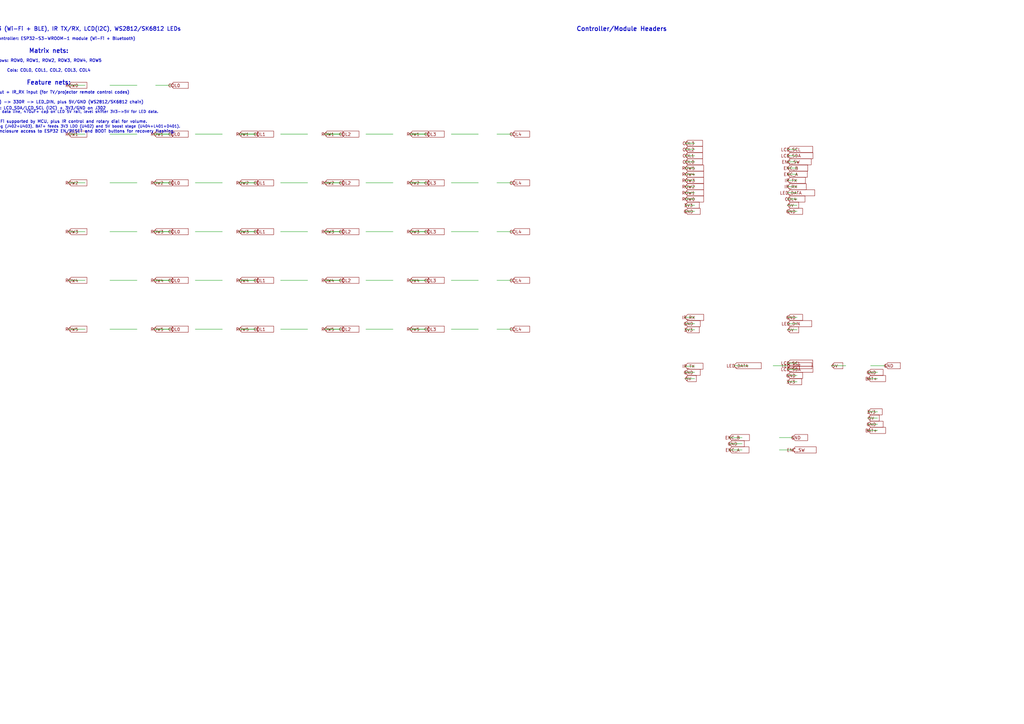
<source format=kicad_sch>
(kicad_sch
	(version 20250114)
	(generator "eeschema")
	(generator_version "9.0")
	(uuid 711c1a65-9fab-4fba-bd6d-0011c33b199e)
	(paper "A3")
	(lib_symbols)
  (text "Macropad Target: ESP32-S3 (Wi-Fi + BLE), IR TX/RX, LCD(I2C), WS2812/SK6812 LEDs" (at 20.00 12.00 0)
    (effects (font (size 1.6 1.6) (thickness 0.25)))
  )
  (text "Recommended controller: ESP32-S3-WROOM-1 module (Wi-Fi + Bluetooth)" (at 20.00 16.00 0)
    (effects (font (size 1.2 1.2) (thickness 0.2)))
  )
  (text "Matrix nets:" (at 20.00 21.00 0)
    (effects (font (size 1.8 1.8) (thickness 0.3)))
  )
  (text "Rows: ROW0, ROW1, ROW2, ROW3, ROW4, ROW5" (at 20.00 25.00 0)
    (effects (font (size 1.2 1.2) (thickness 0.2)))
  )
  (text "Cols: COL0, COL1, COL2, COL3, COL4" (at 20.00 29.00 0)
    (effects (font (size 1.2 1.2) (thickness 0.2)))
  )
  (text "Feature nets:" (at 20.00 34.00 0)
    (effects (font (size 1.8 1.8) (thickness 0.3)))
  )
  (text "IR: IR_TX output + IR_RX input (for TV/projector remote control codes)" (at 20.00 38.00 0)
    (effects (font (size 1.2 1.2) (thickness 0.2)))
  )
  (text "LED: LED_DATA (MCU) -> 330R -> LED_DIN, plus 5V/GND (WS2812/SK6812 chain)" (at 20.00 42.00 0)
    (effects (font (size 1.2 1.2) (thickness 0.2)))
  )
  (text "LCD: LCD_SDA/LCD_SCL (I2C) + 3V3/GND on J302" (at 20.00 44.50 0)
    (effects (font (size 1.2 1.2) (thickness 0.2)))
  )
  (text "Electrical notes: 330R in LED data line, 470uF+ cap on LED 5V rail, level shifter 3V3->5V for LED data." (at 20.00 46.00 0)
    (effects (font (size 1.1 1.1) (thickness 0.18)))
  )
  (text "Wireless features: Wi-Fi supported by MCU, plus IR control and rotary dial for volume." (at 20.00 50.00 0)
    (effects (font (size 1.2 1.2) (thickness 0.2)))
  )
  (text "Portable power: onboard USB-C charging (J402+U403), BAT+ feeds 3V3 LDO (U402) and 5V boost stage (U404+L401+D401)." (at 20.00 52.00 0)
    (effects (font (size 1.1 1.1) (thickness 0.18)))
  )
  (text "Mechanical requirement: include enclosure access to ESP32 EN/RESET and BOOT buttons for recovery flashing." (at 20.00 54.00 0)
    (effects (font (size 1.2 1.2) (thickness 0.2)))
  )
  (symbol
    (lib_id "Switch:SW_Push")
    (at 40.00 35.00 0)
    (unit 1)
    (in_bom yes)
    (on_board yes)
    (uuid 00535de9-5311-4ec0-bbcb-162a9823eb9a)
    (property "Reference" "SW1"
      (at 40.00 38.00 0)
      (effects (font (size 1.27 1.27) (thickness 0.15)))
    )
    (property "Value" "SW_Push"
      (at 40.00 32.00 0)
      (effects (font (size 1.27 1.27) (thickness 0.15)))
    )
    (property "Footprint" "Keyboard:SW_Hotswap_Kailh_MX"
      (at 40.00 35.00 0)
      (effects (font (size 1.27 1.27) (thickness 0.15)) (hide yes))
    )
    (property "Datasheet" "~"
      (at 40.00 35.00 0)
      (effects (font (size 1.27 1.27) (thickness 0.15)) (hide yes))
    )
    (property "Description" ""
      (at 40.00 35.00 0)
      (effects (font (size 1.27 1.27) (thickness 0.15)) (hide yes))
    )
    (pin "1" (uuid df3b8a8d-b02e-4391-af89-2b4d780a434c))
    (pin "2" (uuid e31d957e-c7b1-4c0d-bb4c-95718f83741e))
  )
  (symbol
    (lib_id "Device:D")
    (at 60.00 35.00 0)
    (unit 1)
    (in_bom yes)
    (on_board yes)
    (uuid eabf2fb6-2f5c-4da2-938d-ce3fa9c2c92e)
    (property "Reference" "D1"
      (at 60.00 38.00 0)
      (effects (font (size 1.27 1.27) (thickness 0.15)))
    )
    (property "Value" "D"
      (at 60.00 32.00 0)
      (effects (font (size 1.27 1.27) (thickness 0.15)))
    )
    (property "Footprint" "Diode_THT:D_DO-35_SOD27_P7.62mm_Horizontal"
      (at 60.00 35.00 0)
      (effects (font (size 1.27 1.27) (thickness 0.15)) (hide yes))
    )
    (property "Datasheet" "~"
      (at 60.00 35.00 0)
      (effects (font (size 1.27 1.27) (thickness 0.15)) (hide yes))
    )
    (property "Description" ""
      (at 60.00 35.00 0)
      (effects (font (size 1.27 1.27) (thickness 0.15)) (hide yes))
    )
    (pin "1" (uuid 7a4312f6-d653-46db-b477-7db1e206ea96))
    (pin "2" (uuid 154b72dc-34b2-4df3-9292-06ca0965f219))
  )
  (wire
    (pts (xy 28.00 35.00) (xy 34.92 35.00))
    (stroke (width 0) (type default))
    (uuid b35fcb45-8c4a-4df8-8dc0-c54e95c54c76)
  )
  (wire
    (pts (xy 45.08 35.00) (xy 56.19 35.00))
    (stroke (width 0) (type default))
    (uuid bfdf42b6-082b-4bc4-81f5-959e8bbde20f)
  )
  (wire
    (pts (xy 63.81 35.00) (xy 70.00 35.00))
    (stroke (width 0) (type default))
    (uuid 08fa9c5d-1a74-40c3-ae29-27d8efa5009e)
  )
  (global_label "ROW0"
    (shape input)
    (at 28.00 35.00 180)
    (fields_autoplaced)
    (effects (font (size 1.27 1.27) (thickness 0.15)))
    (uuid a2542f53-bb3b-447f-b087-70392b8233cc)
  )
  (global_label "COL0"
    (shape input)
    (at 70.00 35.00 0)
    (fields_autoplaced)
    (effects (font (size 1.27 1.27) (thickness 0.15)))
    (uuid 7c5c274e-3a3f-4cdf-81b1-6ffdd29f90c4)
  )
  (symbol
    (lib_id "Switch:SW_Push")
    (at 40.00 55.00 0)
    (unit 1)
    (in_bom yes)
    (on_board yes)
    (uuid 1ce50416-2d92-4d40-beff-e703ed521155)
    (property "Reference" "SW2"
      (at 40.00 58.00 0)
      (effects (font (size 1.27 1.27) (thickness 0.15)))
    )
    (property "Value" "SW_Push"
      (at 40.00 52.00 0)
      (effects (font (size 1.27 1.27) (thickness 0.15)))
    )
    (property "Footprint" "Keyboard:SW_Hotswap_Kailh_MX"
      (at 40.00 55.00 0)
      (effects (font (size 1.27 1.27) (thickness 0.15)) (hide yes))
    )
    (property "Datasheet" "~"
      (at 40.00 55.00 0)
      (effects (font (size 1.27 1.27) (thickness 0.15)) (hide yes))
    )
    (property "Description" ""
      (at 40.00 55.00 0)
      (effects (font (size 1.27 1.27) (thickness 0.15)) (hide yes))
    )
    (pin "1" (uuid e7040efb-340b-448e-ba08-05d8b6df2758))
    (pin "2" (uuid 0a2463d9-3a74-4e48-9361-25c93d806773))
  )
  (symbol
    (lib_id "Device:D")
    (at 60.00 55.00 0)
    (unit 1)
    (in_bom yes)
    (on_board yes)
    (uuid ca193ec1-5281-4ef3-914c-8eca551279e8)
    (property "Reference" "D2"
      (at 60.00 58.00 0)
      (effects (font (size 1.27 1.27) (thickness 0.15)))
    )
    (property "Value" "D"
      (at 60.00 52.00 0)
      (effects (font (size 1.27 1.27) (thickness 0.15)))
    )
    (property "Footprint" "Diode_THT:D_DO-35_SOD27_P7.62mm_Horizontal"
      (at 60.00 55.00 0)
      (effects (font (size 1.27 1.27) (thickness 0.15)) (hide yes))
    )
    (property "Datasheet" "~"
      (at 60.00 55.00 0)
      (effects (font (size 1.27 1.27) (thickness 0.15)) (hide yes))
    )
    (property "Description" ""
      (at 60.00 55.00 0)
      (effects (font (size 1.27 1.27) (thickness 0.15)) (hide yes))
    )
    (pin "1" (uuid 8f1e8ba7-8af1-4e46-8e11-9d850e1e5efe))
    (pin "2" (uuid 60dd394a-c577-4ff0-ac41-2ffaf608e746))
  )
  (wire
    (pts (xy 28.00 55.00) (xy 34.92 55.00))
    (stroke (width 0) (type default))
    (uuid 5e1543be-7618-4a8e-a84e-69d7298786c7)
  )
  (wire
    (pts (xy 45.08 55.00) (xy 56.19 55.00))
    (stroke (width 0) (type default))
    (uuid c0f8f38d-3183-4434-9673-3c5da3eafbec)
  )
  (wire
    (pts (xy 63.81 55.00) (xy 70.00 55.00))
    (stroke (width 0) (type default))
    (uuid 2b3445bd-23f2-4890-93b5-b01c239d35b1)
  )
  (global_label "ROW1"
    (shape input)
    (at 28.00 55.00 180)
    (fields_autoplaced)
    (effects (font (size 1.27 1.27) (thickness 0.15)))
    (uuid 0fba584e-57dc-44d3-aa72-b9e2cd4047b2)
  )
  (global_label "COL0"
    (shape input)
    (at 70.00 55.00 0)
    (fields_autoplaced)
    (effects (font (size 1.27 1.27) (thickness 0.15)))
    (uuid 4fdf70f8-de01-4bf9-bcc8-cebf7c381c66)
  )
  (symbol
    (lib_id "Switch:SW_Push")
    (at 75.00 55.00 0)
    (unit 1)
    (in_bom yes)
    (on_board yes)
    (uuid 66c1320c-3f19-4e89-acb8-5c27c0ac8c3c)
    (property "Reference" "SW3"
      (at 75.00 58.00 0)
      (effects (font (size 1.27 1.27) (thickness 0.15)))
    )
    (property "Value" "SW_Push"
      (at 75.00 52.00 0)
      (effects (font (size 1.27 1.27) (thickness 0.15)))
    )
    (property "Footprint" "Keyboard:SW_Hotswap_Kailh_MX"
      (at 75.00 55.00 0)
      (effects (font (size 1.27 1.27) (thickness 0.15)) (hide yes))
    )
    (property "Datasheet" "~"
      (at 75.00 55.00 0)
      (effects (font (size 1.27 1.27) (thickness 0.15)) (hide yes))
    )
    (property "Description" ""
      (at 75.00 55.00 0)
      (effects (font (size 1.27 1.27) (thickness 0.15)) (hide yes))
    )
    (pin "1" (uuid 45d5cfee-78a1-47db-bf91-ea0e3f47045d))
    (pin "2" (uuid 6fdfbc4d-fe65-45ae-8e1d-56a7ca928499))
  )
  (symbol
    (lib_id "Device:D")
    (at 95.00 55.00 0)
    (unit 1)
    (in_bom yes)
    (on_board yes)
    (uuid 91a1f0f0-5014-4956-8c7e-b5a991e465f0)
    (property "Reference" "D3"
      (at 95.00 58.00 0)
      (effects (font (size 1.27 1.27) (thickness 0.15)))
    )
    (property "Value" "D"
      (at 95.00 52.00 0)
      (effects (font (size 1.27 1.27) (thickness 0.15)))
    )
    (property "Footprint" "Diode_THT:D_DO-35_SOD27_P7.62mm_Horizontal"
      (at 95.00 55.00 0)
      (effects (font (size 1.27 1.27) (thickness 0.15)) (hide yes))
    )
    (property "Datasheet" "~"
      (at 95.00 55.00 0)
      (effects (font (size 1.27 1.27) (thickness 0.15)) (hide yes))
    )
    (property "Description" ""
      (at 95.00 55.00 0)
      (effects (font (size 1.27 1.27) (thickness 0.15)) (hide yes))
    )
    (pin "1" (uuid dd1d041b-cce6-4de0-9e48-98973fba7e17))
    (pin "2" (uuid cdb39fb8-cef2-4682-95ce-a59a503e7750))
  )
  (wire
    (pts (xy 63.00 55.00) (xy 69.92 55.00))
    (stroke (width 0) (type default))
    (uuid 58b2dc3c-bc96-4d7a-848e-ca2b6af1cf5b)
  )
  (wire
    (pts (xy 80.08 55.00) (xy 91.19 55.00))
    (stroke (width 0) (type default))
    (uuid e6abac66-5e86-4225-b289-eec3c91a593b)
  )
  (wire
    (pts (xy 98.81 55.00) (xy 105.00 55.00))
    (stroke (width 0) (type default))
    (uuid 6062098d-f80e-405e-aa63-71d6fe4fdd54)
  )
  (global_label "ROW1"
    (shape input)
    (at 63.00 55.00 180)
    (fields_autoplaced)
    (effects (font (size 1.27 1.27) (thickness 0.15)))
    (uuid dab19e2d-a01f-4c53-8eee-2fb233313d78)
  )
  (global_label "COL1"
    (shape input)
    (at 105.00 55.00 0)
    (fields_autoplaced)
    (effects (font (size 1.27 1.27) (thickness 0.15)))
    (uuid 4e7a9bed-5ac9-4d07-8267-fc3f83a36d9c)
  )
  (symbol
    (lib_id "Switch:SW_Push")
    (at 110.00 55.00 0)
    (unit 1)
    (in_bom yes)
    (on_board yes)
    (uuid 74ecca60-8fd1-4d0e-a69d-a36af2d84069)
    (property "Reference" "SW4"
      (at 110.00 58.00 0)
      (effects (font (size 1.27 1.27) (thickness 0.15)))
    )
    (property "Value" "SW_Push"
      (at 110.00 52.00 0)
      (effects (font (size 1.27 1.27) (thickness 0.15)))
    )
    (property "Footprint" "Keyboard:SW_Hotswap_Kailh_MX"
      (at 110.00 55.00 0)
      (effects (font (size 1.27 1.27) (thickness 0.15)) (hide yes))
    )
    (property "Datasheet" "~"
      (at 110.00 55.00 0)
      (effects (font (size 1.27 1.27) (thickness 0.15)) (hide yes))
    )
    (property "Description" ""
      (at 110.00 55.00 0)
      (effects (font (size 1.27 1.27) (thickness 0.15)) (hide yes))
    )
    (pin "1" (uuid 5db19aee-10b1-4376-b476-26c1f4860079))
    (pin "2" (uuid c935aaed-a671-488d-a472-cf9ecda9147f))
  )
  (symbol
    (lib_id "Device:D")
    (at 130.00 55.00 0)
    (unit 1)
    (in_bom yes)
    (on_board yes)
    (uuid a60e1355-4760-4e27-910b-c1c128424f59)
    (property "Reference" "D4"
      (at 130.00 58.00 0)
      (effects (font (size 1.27 1.27) (thickness 0.15)))
    )
    (property "Value" "D"
      (at 130.00 52.00 0)
      (effects (font (size 1.27 1.27) (thickness 0.15)))
    )
    (property "Footprint" "Diode_THT:D_DO-35_SOD27_P7.62mm_Horizontal"
      (at 130.00 55.00 0)
      (effects (font (size 1.27 1.27) (thickness 0.15)) (hide yes))
    )
    (property "Datasheet" "~"
      (at 130.00 55.00 0)
      (effects (font (size 1.27 1.27) (thickness 0.15)) (hide yes))
    )
    (property "Description" ""
      (at 130.00 55.00 0)
      (effects (font (size 1.27 1.27) (thickness 0.15)) (hide yes))
    )
    (pin "1" (uuid 7168c1c3-58e9-4e09-8498-70f82b39b42d))
    (pin "2" (uuid 5cc86552-86c9-4962-964d-dbbb1bfdc924))
  )
  (wire
    (pts (xy 98.00 55.00) (xy 104.92 55.00))
    (stroke (width 0) (type default))
    (uuid 8765e748-1ac8-4db0-9d69-d2b5c70e685c)
  )
  (wire
    (pts (xy 115.08 55.00) (xy 126.19 55.00))
    (stroke (width 0) (type default))
    (uuid 15ae75a4-aa05-49f3-901e-27e66104e315)
  )
  (wire
    (pts (xy 133.81 55.00) (xy 140.00 55.00))
    (stroke (width 0) (type default))
    (uuid de3b477f-6bcc-405c-92b9-e607386a4563)
  )
  (global_label "ROW1"
    (shape input)
    (at 98.00 55.00 180)
    (fields_autoplaced)
    (effects (font (size 1.27 1.27) (thickness 0.15)))
    (uuid 9873e95e-590c-47e7-9580-a61d538e731c)
  )
  (global_label "COL2"
    (shape input)
    (at 140.00 55.00 0)
    (fields_autoplaced)
    (effects (font (size 1.27 1.27) (thickness 0.15)))
    (uuid c188a19e-3975-4e8b-ad79-82db520a0afe)
  )
  (symbol
    (lib_id "Switch:SW_Push")
    (at 145.00 55.00 0)
    (unit 1)
    (in_bom yes)
    (on_board yes)
    (uuid edfbf579-225e-4f1e-b641-dfb603d50899)
    (property "Reference" "SW5"
      (at 145.00 58.00 0)
      (effects (font (size 1.27 1.27) (thickness 0.15)))
    )
    (property "Value" "SW_Push"
      (at 145.00 52.00 0)
      (effects (font (size 1.27 1.27) (thickness 0.15)))
    )
    (property "Footprint" "Keyboard:SW_Hotswap_Kailh_MX"
      (at 145.00 55.00 0)
      (effects (font (size 1.27 1.27) (thickness 0.15)) (hide yes))
    )
    (property "Datasheet" "~"
      (at 145.00 55.00 0)
      (effects (font (size 1.27 1.27) (thickness 0.15)) (hide yes))
    )
    (property "Description" ""
      (at 145.00 55.00 0)
      (effects (font (size 1.27 1.27) (thickness 0.15)) (hide yes))
    )
    (pin "1" (uuid e3394966-c7bf-416d-99a8-fd532195f2ae))
    (pin "2" (uuid c9892b70-ac05-4c57-835a-0b98438a7a52))
  )
  (symbol
    (lib_id "Device:D")
    (at 165.00 55.00 0)
    (unit 1)
    (in_bom yes)
    (on_board yes)
    (uuid 86d2e4fb-12bf-4f92-bd50-5d07a483fb00)
    (property "Reference" "D5"
      (at 165.00 58.00 0)
      (effects (font (size 1.27 1.27) (thickness 0.15)))
    )
    (property "Value" "D"
      (at 165.00 52.00 0)
      (effects (font (size 1.27 1.27) (thickness 0.15)))
    )
    (property "Footprint" "Diode_THT:D_DO-35_SOD27_P7.62mm_Horizontal"
      (at 165.00 55.00 0)
      (effects (font (size 1.27 1.27) (thickness 0.15)) (hide yes))
    )
    (property "Datasheet" "~"
      (at 165.00 55.00 0)
      (effects (font (size 1.27 1.27) (thickness 0.15)) (hide yes))
    )
    (property "Description" ""
      (at 165.00 55.00 0)
      (effects (font (size 1.27 1.27) (thickness 0.15)) (hide yes))
    )
    (pin "1" (uuid 4a4a7e5c-58bd-41c7-bc33-1d2b342002fe))
    (pin "2" (uuid 687fa2c9-d30e-4265-a01a-a7a5af8afab2))
  )
  (wire
    (pts (xy 133.00 55.00) (xy 139.92 55.00))
    (stroke (width 0) (type default))
    (uuid d34fde4d-5834-47eb-a032-f3c15d97803e)
  )
  (wire
    (pts (xy 150.08 55.00) (xy 161.19 55.00))
    (stroke (width 0) (type default))
    (uuid 4430966c-1405-4145-bcab-401b45eb136b)
  )
  (wire
    (pts (xy 168.81 55.00) (xy 175.00 55.00))
    (stroke (width 0) (type default))
    (uuid 118a24f3-49bf-4e43-92bf-fc8fa5e10297)
  )
  (global_label "ROW1"
    (shape input)
    (at 133.00 55.00 180)
    (fields_autoplaced)
    (effects (font (size 1.27 1.27) (thickness 0.15)))
    (uuid 5dac7e95-dc3c-4ea0-ba0a-01b065a2ff53)
  )
  (global_label "COL3"
    (shape input)
    (at 175.00 55.00 0)
    (fields_autoplaced)
    (effects (font (size 1.27 1.27) (thickness 0.15)))
    (uuid 474e553a-717f-487f-9958-1faf3a0aadbc)
  )
  (symbol
    (lib_id "Switch:SW_Push")
    (at 180.00 55.00 0)
    (unit 1)
    (in_bom yes)
    (on_board yes)
    (uuid b9c85643-3c78-411e-bf41-0c3cf492c499)
    (property "Reference" "SW6"
      (at 180.00 58.00 0)
      (effects (font (size 1.27 1.27) (thickness 0.15)))
    )
    (property "Value" "SW_Push"
      (at 180.00 52.00 0)
      (effects (font (size 1.27 1.27) (thickness 0.15)))
    )
    (property "Footprint" "Keyboard:SW_Hotswap_Kailh_MX"
      (at 180.00 55.00 0)
      (effects (font (size 1.27 1.27) (thickness 0.15)) (hide yes))
    )
    (property "Datasheet" "~"
      (at 180.00 55.00 0)
      (effects (font (size 1.27 1.27) (thickness 0.15)) (hide yes))
    )
    (property "Description" ""
      (at 180.00 55.00 0)
      (effects (font (size 1.27 1.27) (thickness 0.15)) (hide yes))
    )
    (pin "1" (uuid 5e510bb5-1316-4166-ade6-530ed4920044))
    (pin "2" (uuid 4eb7a3ff-0c0e-42b0-b4ff-bdce39578b7e))
  )
  (symbol
    (lib_id "Device:D")
    (at 200.00 55.00 0)
    (unit 1)
    (in_bom yes)
    (on_board yes)
    (uuid 5ae72247-9901-4939-8a65-f097eb0ee1cc)
    (property "Reference" "D6"
      (at 200.00 58.00 0)
      (effects (font (size 1.27 1.27) (thickness 0.15)))
    )
    (property "Value" "D"
      (at 200.00 52.00 0)
      (effects (font (size 1.27 1.27) (thickness 0.15)))
    )
    (property "Footprint" "Diode_THT:D_DO-35_SOD27_P7.62mm_Horizontal"
      (at 200.00 55.00 0)
      (effects (font (size 1.27 1.27) (thickness 0.15)) (hide yes))
    )
    (property "Datasheet" "~"
      (at 200.00 55.00 0)
      (effects (font (size 1.27 1.27) (thickness 0.15)) (hide yes))
    )
    (property "Description" ""
      (at 200.00 55.00 0)
      (effects (font (size 1.27 1.27) (thickness 0.15)) (hide yes))
    )
    (pin "1" (uuid 7d41a7ba-3dce-4ea4-a62d-f772fa8b763f))
    (pin "2" (uuid ded92f56-4315-407d-9956-610a1785a983))
  )
  (wire
    (pts (xy 168.00 55.00) (xy 174.92 55.00))
    (stroke (width 0) (type default))
    (uuid a057af42-d760-4bf5-9da6-95c26512f61c)
  )
  (wire
    (pts (xy 185.08 55.00) (xy 196.19 55.00))
    (stroke (width 0) (type default))
    (uuid 8f65d850-9127-4660-979c-e01c0b9cfce7)
  )
  (wire
    (pts (xy 203.81 55.00) (xy 210.00 55.00))
    (stroke (width 0) (type default))
    (uuid 069ae490-9313-4131-a044-9eb405ed1329)
  )
  (global_label "ROW1"
    (shape input)
    (at 168.00 55.00 180)
    (fields_autoplaced)
    (effects (font (size 1.27 1.27) (thickness 0.15)))
    (uuid be1d7283-d63c-432c-b870-1818ac23de5a)
  )
  (global_label "COL4"
    (shape input)
    (at 210.00 55.00 0)
    (fields_autoplaced)
    (effects (font (size 1.27 1.27) (thickness 0.15)))
    (uuid 33c11a00-3047-426c-88ac-3c8c9fcbfda9)
  )
  (symbol
    (lib_id "Switch:SW_Push")
    (at 40.00 75.00 0)
    (unit 1)
    (in_bom yes)
    (on_board yes)
    (uuid 612ca669-e7ce-4740-bb96-32efe9a8ab4d)
    (property "Reference" "SW7"
      (at 40.00 78.00 0)
      (effects (font (size 1.27 1.27) (thickness 0.15)))
    )
    (property "Value" "SW_Push"
      (at 40.00 72.00 0)
      (effects (font (size 1.27 1.27) (thickness 0.15)))
    )
    (property "Footprint" "Keyboard:SW_Hotswap_Kailh_MX"
      (at 40.00 75.00 0)
      (effects (font (size 1.27 1.27) (thickness 0.15)) (hide yes))
    )
    (property "Datasheet" "~"
      (at 40.00 75.00 0)
      (effects (font (size 1.27 1.27) (thickness 0.15)) (hide yes))
    )
    (property "Description" ""
      (at 40.00 75.00 0)
      (effects (font (size 1.27 1.27) (thickness 0.15)) (hide yes))
    )
    (pin "1" (uuid 2a9c12b5-c329-418a-b87f-6aaa36808048))
    (pin "2" (uuid 3c281132-befc-4193-becf-427f52a6b83c))
  )
  (symbol
    (lib_id "Device:D")
    (at 60.00 75.00 0)
    (unit 1)
    (in_bom yes)
    (on_board yes)
    (uuid f93d6cf6-c48c-490c-94f3-325eaf0e71fd)
    (property "Reference" "D7"
      (at 60.00 78.00 0)
      (effects (font (size 1.27 1.27) (thickness 0.15)))
    )
    (property "Value" "D"
      (at 60.00 72.00 0)
      (effects (font (size 1.27 1.27) (thickness 0.15)))
    )
    (property "Footprint" "Diode_THT:D_DO-35_SOD27_P7.62mm_Horizontal"
      (at 60.00 75.00 0)
      (effects (font (size 1.27 1.27) (thickness 0.15)) (hide yes))
    )
    (property "Datasheet" "~"
      (at 60.00 75.00 0)
      (effects (font (size 1.27 1.27) (thickness 0.15)) (hide yes))
    )
    (property "Description" ""
      (at 60.00 75.00 0)
      (effects (font (size 1.27 1.27) (thickness 0.15)) (hide yes))
    )
    (pin "1" (uuid b34b4f81-7ec0-452f-b0fa-e17c2eda92fe))
    (pin "2" (uuid 48ea17f4-b77a-413a-a548-2c8c5503b76c))
  )
  (wire
    (pts (xy 28.00 75.00) (xy 34.92 75.00))
    (stroke (width 0) (type default))
    (uuid 90907d74-fb1a-42a9-8f0c-9e5dc0f8f13b)
  )
  (wire
    (pts (xy 45.08 75.00) (xy 56.19 75.00))
    (stroke (width 0) (type default))
    (uuid 1fff296a-e5be-4e74-afde-7ace67c6a27c)
  )
  (wire
    (pts (xy 63.81 75.00) (xy 70.00 75.00))
    (stroke (width 0) (type default))
    (uuid 4bba1703-38d0-41e8-8906-f038ab8e2777)
  )
  (global_label "ROW2"
    (shape input)
    (at 28.00 75.00 180)
    (fields_autoplaced)
    (effects (font (size 1.27 1.27) (thickness 0.15)))
    (uuid 3f05643d-7249-4079-ab53-9202de49374c)
  )
  (global_label "COL0"
    (shape input)
    (at 70.00 75.00 0)
    (fields_autoplaced)
    (effects (font (size 1.27 1.27) (thickness 0.15)))
    (uuid 144fcf7a-370a-48bc-8210-7266a3165881)
  )
  (symbol
    (lib_id "Switch:SW_Push")
    (at 75.00 75.00 0)
    (unit 1)
    (in_bom yes)
    (on_board yes)
    (uuid 26f0a715-a710-4f9c-80d1-cf1cf3c8af48)
    (property "Reference" "SW8"
      (at 75.00 78.00 0)
      (effects (font (size 1.27 1.27) (thickness 0.15)))
    )
    (property "Value" "SW_Push"
      (at 75.00 72.00 0)
      (effects (font (size 1.27 1.27) (thickness 0.15)))
    )
    (property "Footprint" "Keyboard:SW_Hotswap_Kailh_MX"
      (at 75.00 75.00 0)
      (effects (font (size 1.27 1.27) (thickness 0.15)) (hide yes))
    )
    (property "Datasheet" "~"
      (at 75.00 75.00 0)
      (effects (font (size 1.27 1.27) (thickness 0.15)) (hide yes))
    )
    (property "Description" ""
      (at 75.00 75.00 0)
      (effects (font (size 1.27 1.27) (thickness 0.15)) (hide yes))
    )
    (pin "1" (uuid 366db213-3a6e-473d-873c-ef691047f1f2))
    (pin "2" (uuid 3172b5fc-1d9d-465f-8dfd-93c376116b8f))
  )
  (symbol
    (lib_id "Device:D")
    (at 95.00 75.00 0)
    (unit 1)
    (in_bom yes)
    (on_board yes)
    (uuid d19e2a49-9c2c-4430-a4de-43717f65c747)
    (property "Reference" "D8"
      (at 95.00 78.00 0)
      (effects (font (size 1.27 1.27) (thickness 0.15)))
    )
    (property "Value" "D"
      (at 95.00 72.00 0)
      (effects (font (size 1.27 1.27) (thickness 0.15)))
    )
    (property "Footprint" "Diode_THT:D_DO-35_SOD27_P7.62mm_Horizontal"
      (at 95.00 75.00 0)
      (effects (font (size 1.27 1.27) (thickness 0.15)) (hide yes))
    )
    (property "Datasheet" "~"
      (at 95.00 75.00 0)
      (effects (font (size 1.27 1.27) (thickness 0.15)) (hide yes))
    )
    (property "Description" ""
      (at 95.00 75.00 0)
      (effects (font (size 1.27 1.27) (thickness 0.15)) (hide yes))
    )
    (pin "1" (uuid d765c9f9-7f48-4533-b77b-246874d8b73d))
    (pin "2" (uuid 96da4817-f848-4105-8315-7c11c301dee9))
  )
  (wire
    (pts (xy 63.00 75.00) (xy 69.92 75.00))
    (stroke (width 0) (type default))
    (uuid 8d4279c0-3d77-4ae4-a22b-2ec242a90872)
  )
  (wire
    (pts (xy 80.08 75.00) (xy 91.19 75.00))
    (stroke (width 0) (type default))
    (uuid f6e8aa16-5888-4c80-9265-2141691e20c7)
  )
  (wire
    (pts (xy 98.81 75.00) (xy 105.00 75.00))
    (stroke (width 0) (type default))
    (uuid bfd181e1-bf74-4e2a-b68f-4d23178e11bf)
  )
  (global_label "ROW2"
    (shape input)
    (at 63.00 75.00 180)
    (fields_autoplaced)
    (effects (font (size 1.27 1.27) (thickness 0.15)))
    (uuid 30e885ae-7cd9-47ad-b4be-52d0d8b7ecce)
  )
  (global_label "COL1"
    (shape input)
    (at 105.00 75.00 0)
    (fields_autoplaced)
    (effects (font (size 1.27 1.27) (thickness 0.15)))
    (uuid 127628c1-cd02-4602-98b6-63297aedf303)
  )
  (symbol
    (lib_id "Switch:SW_Push")
    (at 110.00 75.00 0)
    (unit 1)
    (in_bom yes)
    (on_board yes)
    (uuid 3e2a1f42-fa45-4385-a141-befba6083d84)
    (property "Reference" "SW9"
      (at 110.00 78.00 0)
      (effects (font (size 1.27 1.27) (thickness 0.15)))
    )
    (property "Value" "SW_Push"
      (at 110.00 72.00 0)
      (effects (font (size 1.27 1.27) (thickness 0.15)))
    )
    (property "Footprint" "Keyboard:SW_Hotswap_Kailh_MX"
      (at 110.00 75.00 0)
      (effects (font (size 1.27 1.27) (thickness 0.15)) (hide yes))
    )
    (property "Datasheet" "~"
      (at 110.00 75.00 0)
      (effects (font (size 1.27 1.27) (thickness 0.15)) (hide yes))
    )
    (property "Description" ""
      (at 110.00 75.00 0)
      (effects (font (size 1.27 1.27) (thickness 0.15)) (hide yes))
    )
    (pin "1" (uuid 52a31a1f-a58b-432b-ae7f-16822dea8e29))
    (pin "2" (uuid 3d883368-890d-436c-8245-298d40cfef77))
  )
  (symbol
    (lib_id "Device:D")
    (at 130.00 75.00 0)
    (unit 1)
    (in_bom yes)
    (on_board yes)
    (uuid 1b3b9783-2962-43a6-a25c-0a48f86d3787)
    (property "Reference" "D9"
      (at 130.00 78.00 0)
      (effects (font (size 1.27 1.27) (thickness 0.15)))
    )
    (property "Value" "D"
      (at 130.00 72.00 0)
      (effects (font (size 1.27 1.27) (thickness 0.15)))
    )
    (property "Footprint" "Diode_THT:D_DO-35_SOD27_P7.62mm_Horizontal"
      (at 130.00 75.00 0)
      (effects (font (size 1.27 1.27) (thickness 0.15)) (hide yes))
    )
    (property "Datasheet" "~"
      (at 130.00 75.00 0)
      (effects (font (size 1.27 1.27) (thickness 0.15)) (hide yes))
    )
    (property "Description" ""
      (at 130.00 75.00 0)
      (effects (font (size 1.27 1.27) (thickness 0.15)) (hide yes))
    )
    (pin "1" (uuid d9bbfd01-7ba9-4379-a6f7-8bca15621930))
    (pin "2" (uuid 1cd5080a-5b85-4860-b6fa-974c989ce8ad))
  )
  (wire
    (pts (xy 98.00 75.00) (xy 104.92 75.00))
    (stroke (width 0) (type default))
    (uuid 9cc85017-7df8-4036-a20e-1982d4d045b3)
  )
  (wire
    (pts (xy 115.08 75.00) (xy 126.19 75.00))
    (stroke (width 0) (type default))
    (uuid 3b295939-1015-4f90-b6d9-491fef9111ed)
  )
  (wire
    (pts (xy 133.81 75.00) (xy 140.00 75.00))
    (stroke (width 0) (type default))
    (uuid 9d1c49b2-32e2-470e-a8ec-c2546cd78492)
  )
  (global_label "ROW2"
    (shape input)
    (at 98.00 75.00 180)
    (fields_autoplaced)
    (effects (font (size 1.27 1.27) (thickness 0.15)))
    (uuid 5fec7a39-d761-4a0f-bad5-75089f944ccd)
  )
  (global_label "COL2"
    (shape input)
    (at 140.00 75.00 0)
    (fields_autoplaced)
    (effects (font (size 1.27 1.27) (thickness 0.15)))
    (uuid 989a7106-112b-4f3c-9f5d-18591ed3b252)
  )
  (symbol
    (lib_id "Switch:SW_Push")
    (at 145.00 75.00 0)
    (unit 1)
    (in_bom yes)
    (on_board yes)
    (uuid 640c0b09-830d-4273-96f7-61d47181a509)
    (property "Reference" "SW10"
      (at 145.00 78.00 0)
      (effects (font (size 1.27 1.27) (thickness 0.15)))
    )
    (property "Value" "SW_Push"
      (at 145.00 72.00 0)
      (effects (font (size 1.27 1.27) (thickness 0.15)))
    )
    (property "Footprint" "Keyboard:SW_Hotswap_Kailh_MX"
      (at 145.00 75.00 0)
      (effects (font (size 1.27 1.27) (thickness 0.15)) (hide yes))
    )
    (property "Datasheet" "~"
      (at 145.00 75.00 0)
      (effects (font (size 1.27 1.27) (thickness 0.15)) (hide yes))
    )
    (property "Description" ""
      (at 145.00 75.00 0)
      (effects (font (size 1.27 1.27) (thickness 0.15)) (hide yes))
    )
    (pin "1" (uuid be6f68dd-65d0-40a9-a26e-c11713ea4768))
    (pin "2" (uuid 623c085c-6a2a-4580-bc4d-13770acd052b))
  )
  (symbol
    (lib_id "Device:D")
    (at 165.00 75.00 0)
    (unit 1)
    (in_bom yes)
    (on_board yes)
    (uuid 0fbe2326-a4a7-47d7-b35a-4594987d308b)
    (property "Reference" "D10"
      (at 165.00 78.00 0)
      (effects (font (size 1.27 1.27) (thickness 0.15)))
    )
    (property "Value" "D"
      (at 165.00 72.00 0)
      (effects (font (size 1.27 1.27) (thickness 0.15)))
    )
    (property "Footprint" "Diode_THT:D_DO-35_SOD27_P7.62mm_Horizontal"
      (at 165.00 75.00 0)
      (effects (font (size 1.27 1.27) (thickness 0.15)) (hide yes))
    )
    (property "Datasheet" "~"
      (at 165.00 75.00 0)
      (effects (font (size 1.27 1.27) (thickness 0.15)) (hide yes))
    )
    (property "Description" ""
      (at 165.00 75.00 0)
      (effects (font (size 1.27 1.27) (thickness 0.15)) (hide yes))
    )
    (pin "1" (uuid 554e4bd4-b989-4f3d-b909-8a99e393b6a4))
    (pin "2" (uuid 9e00e0ad-50bf-45fb-a7ac-18f809266e60))
  )
  (wire
    (pts (xy 133.00 75.00) (xy 139.92 75.00))
    (stroke (width 0) (type default))
    (uuid b5dc28f1-39cf-4ce0-a403-a4ff77a91fa1)
  )
  (wire
    (pts (xy 150.08 75.00) (xy 161.19 75.00))
    (stroke (width 0) (type default))
    (uuid 29068637-1b19-49b5-b1ec-808707b2383a)
  )
  (wire
    (pts (xy 168.81 75.00) (xy 175.00 75.00))
    (stroke (width 0) (type default))
    (uuid 45a9b5ee-35c2-4c8b-947b-246e449f6471)
  )
  (global_label "ROW2"
    (shape input)
    (at 133.00 75.00 180)
    (fields_autoplaced)
    (effects (font (size 1.27 1.27) (thickness 0.15)))
    (uuid 1a469418-c770-46c4-9296-e0fbe82e05b1)
  )
  (global_label "COL3"
    (shape input)
    (at 175.00 75.00 0)
    (fields_autoplaced)
    (effects (font (size 1.27 1.27) (thickness 0.15)))
    (uuid 78a695a9-9e8d-4e23-9e5e-04d85d7a05f3)
  )
  (symbol
    (lib_id "Switch:SW_Push")
    (at 180.00 75.00 0)
    (unit 1)
    (in_bom yes)
    (on_board yes)
    (uuid bc84d96a-b40e-4c78-90c0-7b20fa8ceb84)
    (property "Reference" "SW11"
      (at 180.00 78.00 0)
      (effects (font (size 1.27 1.27) (thickness 0.15)))
    )
    (property "Value" "SW_Push"
      (at 180.00 72.00 0)
      (effects (font (size 1.27 1.27) (thickness 0.15)))
    )
    (property "Footprint" "Keyboard:SW_Hotswap_Kailh_MX"
      (at 180.00 75.00 0)
      (effects (font (size 1.27 1.27) (thickness 0.15)) (hide yes))
    )
    (property "Datasheet" "~"
      (at 180.00 75.00 0)
      (effects (font (size 1.27 1.27) (thickness 0.15)) (hide yes))
    )
    (property "Description" ""
      (at 180.00 75.00 0)
      (effects (font (size 1.27 1.27) (thickness 0.15)) (hide yes))
    )
    (pin "1" (uuid 3eb13a41-8e59-4376-8793-8f4650cd78ed))
    (pin "2" (uuid cb7a27c7-346c-44ff-87ed-6e2d04804e88))
  )
  (symbol
    (lib_id "Device:D")
    (at 200.00 75.00 0)
    (unit 1)
    (in_bom yes)
    (on_board yes)
    (uuid 9687326b-2fe6-47e5-acbc-b6a01dfc1fa8)
    (property "Reference" "D11"
      (at 200.00 78.00 0)
      (effects (font (size 1.27 1.27) (thickness 0.15)))
    )
    (property "Value" "D"
      (at 200.00 72.00 0)
      (effects (font (size 1.27 1.27) (thickness 0.15)))
    )
    (property "Footprint" "Diode_THT:D_DO-35_SOD27_P7.62mm_Horizontal"
      (at 200.00 75.00 0)
      (effects (font (size 1.27 1.27) (thickness 0.15)) (hide yes))
    )
    (property "Datasheet" "~"
      (at 200.00 75.00 0)
      (effects (font (size 1.27 1.27) (thickness 0.15)) (hide yes))
    )
    (property "Description" ""
      (at 200.00 75.00 0)
      (effects (font (size 1.27 1.27) (thickness 0.15)) (hide yes))
    )
    (pin "1" (uuid d6fe89ac-5e30-41f8-b472-a1ee1122767f))
    (pin "2" (uuid 1174aaf4-1b88-4f70-b26e-4d20afd23790))
  )
  (wire
    (pts (xy 168.00 75.00) (xy 174.92 75.00))
    (stroke (width 0) (type default))
    (uuid 840a034e-00c2-446e-a483-1b6193cf2b45)
  )
  (wire
    (pts (xy 185.08 75.00) (xy 196.19 75.00))
    (stroke (width 0) (type default))
    (uuid 31e8ea72-d77e-4c47-84e1-5a33be621852)
  )
  (wire
    (pts (xy 203.81 75.00) (xy 210.00 75.00))
    (stroke (width 0) (type default))
    (uuid d071fe9e-8da0-4449-8057-7be58729d270)
  )
  (global_label "ROW2"
    (shape input)
    (at 168.00 75.00 180)
    (fields_autoplaced)
    (effects (font (size 1.27 1.27) (thickness 0.15)))
    (uuid e9ce2a8d-99dc-4dbe-864e-6760e623f71b)
  )
  (global_label "COL4"
    (shape input)
    (at 210.00 75.00 0)
    (fields_autoplaced)
    (effects (font (size 1.27 1.27) (thickness 0.15)))
    (uuid 8b1039c5-ac95-4316-b581-74d0e878ec12)
  )
  (symbol
    (lib_id "Switch:SW_Push")
    (at 40.00 95.00 0)
    (unit 1)
    (in_bom yes)
    (on_board yes)
    (uuid 374e0aa7-9e12-401b-a6c2-8e27e2ab3be2)
    (property "Reference" "SW12"
      (at 40.00 98.00 0)
      (effects (font (size 1.27 1.27) (thickness 0.15)))
    )
    (property "Value" "SW_Push"
      (at 40.00 92.00 0)
      (effects (font (size 1.27 1.27) (thickness 0.15)))
    )
    (property "Footprint" "Keyboard:SW_Hotswap_Kailh_MX"
      (at 40.00 95.00 0)
      (effects (font (size 1.27 1.27) (thickness 0.15)) (hide yes))
    )
    (property "Datasheet" "~"
      (at 40.00 95.00 0)
      (effects (font (size 1.27 1.27) (thickness 0.15)) (hide yes))
    )
    (property "Description" ""
      (at 40.00 95.00 0)
      (effects (font (size 1.27 1.27) (thickness 0.15)) (hide yes))
    )
    (pin "1" (uuid a151300d-4359-4734-a712-25228248ad94))
    (pin "2" (uuid 3b2b9ce4-dc72-4af0-a96e-e2abd6318e0d))
  )
  (symbol
    (lib_id "Device:D")
    (at 60.00 95.00 0)
    (unit 1)
    (in_bom yes)
    (on_board yes)
    (uuid 22b0087f-2457-438e-81b8-3197e6eab580)
    (property "Reference" "D12"
      (at 60.00 98.00 0)
      (effects (font (size 1.27 1.27) (thickness 0.15)))
    )
    (property "Value" "D"
      (at 60.00 92.00 0)
      (effects (font (size 1.27 1.27) (thickness 0.15)))
    )
    (property "Footprint" "Diode_THT:D_DO-35_SOD27_P7.62mm_Horizontal"
      (at 60.00 95.00 0)
      (effects (font (size 1.27 1.27) (thickness 0.15)) (hide yes))
    )
    (property "Datasheet" "~"
      (at 60.00 95.00 0)
      (effects (font (size 1.27 1.27) (thickness 0.15)) (hide yes))
    )
    (property "Description" ""
      (at 60.00 95.00 0)
      (effects (font (size 1.27 1.27) (thickness 0.15)) (hide yes))
    )
    (pin "1" (uuid b7f27ed9-2488-4d51-97df-26513d504d5b))
    (pin "2" (uuid dd98120c-7859-4a45-90dc-fd0a3a657f4d))
  )
  (wire
    (pts (xy 28.00 95.00) (xy 34.92 95.00))
    (stroke (width 0) (type default))
    (uuid 53b11ee3-5831-4c63-aa29-877faa18a1f6)
  )
  (wire
    (pts (xy 45.08 95.00) (xy 56.19 95.00))
    (stroke (width 0) (type default))
    (uuid fde9fcd1-d78d-4036-a57d-9d7fe71778e0)
  )
  (wire
    (pts (xy 63.81 95.00) (xy 70.00 95.00))
    (stroke (width 0) (type default))
    (uuid 6b8c50f7-7724-450c-9e23-cd4730955e93)
  )
  (global_label "ROW3"
    (shape input)
    (at 28.00 95.00 180)
    (fields_autoplaced)
    (effects (font (size 1.27 1.27) (thickness 0.15)))
    (uuid 01da0675-517e-4c29-a5f3-787e1c42b70d)
  )
  (global_label "COL0"
    (shape input)
    (at 70.00 95.00 0)
    (fields_autoplaced)
    (effects (font (size 1.27 1.27) (thickness 0.15)))
    (uuid 085e6ab8-037b-4767-96c1-2059c5a64a7a)
  )
  (symbol
    (lib_id "Switch:SW_Push")
    (at 75.00 95.00 0)
    (unit 1)
    (in_bom yes)
    (on_board yes)
    (uuid a0d7a0c0-aad4-4867-9ac3-2f7de75ecfca)
    (property "Reference" "SW13"
      (at 75.00 98.00 0)
      (effects (font (size 1.27 1.27) (thickness 0.15)))
    )
    (property "Value" "SW_Push"
      (at 75.00 92.00 0)
      (effects (font (size 1.27 1.27) (thickness 0.15)))
    )
    (property "Footprint" "Keyboard:SW_Hotswap_Kailh_MX"
      (at 75.00 95.00 0)
      (effects (font (size 1.27 1.27) (thickness 0.15)) (hide yes))
    )
    (property "Datasheet" "~"
      (at 75.00 95.00 0)
      (effects (font (size 1.27 1.27) (thickness 0.15)) (hide yes))
    )
    (property "Description" ""
      (at 75.00 95.00 0)
      (effects (font (size 1.27 1.27) (thickness 0.15)) (hide yes))
    )
    (pin "1" (uuid ae96039b-1fd8-400a-8de4-47a7a708a2a2))
    (pin "2" (uuid 66bceea9-d430-43ee-8a43-e3be8398a86d))
  )
  (symbol
    (lib_id "Device:D")
    (at 95.00 95.00 0)
    (unit 1)
    (in_bom yes)
    (on_board yes)
    (uuid 25f63476-1c8c-4cee-93e3-b587f715f072)
    (property "Reference" "D13"
      (at 95.00 98.00 0)
      (effects (font (size 1.27 1.27) (thickness 0.15)))
    )
    (property "Value" "D"
      (at 95.00 92.00 0)
      (effects (font (size 1.27 1.27) (thickness 0.15)))
    )
    (property "Footprint" "Diode_THT:D_DO-35_SOD27_P7.62mm_Horizontal"
      (at 95.00 95.00 0)
      (effects (font (size 1.27 1.27) (thickness 0.15)) (hide yes))
    )
    (property "Datasheet" "~"
      (at 95.00 95.00 0)
      (effects (font (size 1.27 1.27) (thickness 0.15)) (hide yes))
    )
    (property "Description" ""
      (at 95.00 95.00 0)
      (effects (font (size 1.27 1.27) (thickness 0.15)) (hide yes))
    )
    (pin "1" (uuid 33cf7a2c-ce4d-493f-ab2d-70d80d5e56b6))
    (pin "2" (uuid f95ac7eb-9a61-4b4c-a7b8-289b7c767f6d))
  )
  (wire
    (pts (xy 63.00 95.00) (xy 69.92 95.00))
    (stroke (width 0) (type default))
    (uuid bcb3208d-4fd3-470a-b04a-f97dbb2b6398)
  )
  (wire
    (pts (xy 80.08 95.00) (xy 91.19 95.00))
    (stroke (width 0) (type default))
    (uuid e27f23f6-591a-4409-b8f8-7cc0ab1f74c4)
  )
  (wire
    (pts (xy 98.81 95.00) (xy 105.00 95.00))
    (stroke (width 0) (type default))
    (uuid 212f563a-a70a-4206-8bd8-c4dd1e4ac8fc)
  )
  (global_label "ROW3"
    (shape input)
    (at 63.00 95.00 180)
    (fields_autoplaced)
    (effects (font (size 1.27 1.27) (thickness 0.15)))
    (uuid 77af6920-ec39-451a-adf8-030d0464a332)
  )
  (global_label "COL1"
    (shape input)
    (at 105.00 95.00 0)
    (fields_autoplaced)
    (effects (font (size 1.27 1.27) (thickness 0.15)))
    (uuid 781b7b57-0096-4454-a3ad-cc50c8a21bd5)
  )
  (symbol
    (lib_id "Switch:SW_Push")
    (at 110.00 95.00 0)
    (unit 1)
    (in_bom yes)
    (on_board yes)
    (uuid 772ba7e5-37d4-4935-b5d7-f928532dcee8)
    (property "Reference" "SW14"
      (at 110.00 98.00 0)
      (effects (font (size 1.27 1.27) (thickness 0.15)))
    )
    (property "Value" "SW_Push"
      (at 110.00 92.00 0)
      (effects (font (size 1.27 1.27) (thickness 0.15)))
    )
    (property "Footprint" "Keyboard:SW_Hotswap_Kailh_MX"
      (at 110.00 95.00 0)
      (effects (font (size 1.27 1.27) (thickness 0.15)) (hide yes))
    )
    (property "Datasheet" "~"
      (at 110.00 95.00 0)
      (effects (font (size 1.27 1.27) (thickness 0.15)) (hide yes))
    )
    (property "Description" ""
      (at 110.00 95.00 0)
      (effects (font (size 1.27 1.27) (thickness 0.15)) (hide yes))
    )
    (pin "1" (uuid 990a268c-5f43-40fa-9e6f-b8236a8a42a9))
    (pin "2" (uuid 9320b7cb-e256-4153-bc9c-bf39bc034b5b))
  )
  (symbol
    (lib_id "Device:D")
    (at 130.00 95.00 0)
    (unit 1)
    (in_bom yes)
    (on_board yes)
    (uuid f62a101f-6e02-474b-8bb6-d6064e23f707)
    (property "Reference" "D14"
      (at 130.00 98.00 0)
      (effects (font (size 1.27 1.27) (thickness 0.15)))
    )
    (property "Value" "D"
      (at 130.00 92.00 0)
      (effects (font (size 1.27 1.27) (thickness 0.15)))
    )
    (property "Footprint" "Diode_THT:D_DO-35_SOD27_P7.62mm_Horizontal"
      (at 130.00 95.00 0)
      (effects (font (size 1.27 1.27) (thickness 0.15)) (hide yes))
    )
    (property "Datasheet" "~"
      (at 130.00 95.00 0)
      (effects (font (size 1.27 1.27) (thickness 0.15)) (hide yes))
    )
    (property "Description" ""
      (at 130.00 95.00 0)
      (effects (font (size 1.27 1.27) (thickness 0.15)) (hide yes))
    )
    (pin "1" (uuid 4f1e9d6f-c9b7-4843-bbf6-5b7e1805db9f))
    (pin "2" (uuid b4f680eb-b152-4737-8d02-a250bfa1592a))
  )
  (wire
    (pts (xy 98.00 95.00) (xy 104.92 95.00))
    (stroke (width 0) (type default))
    (uuid 5f209e16-d638-4724-864a-c3ad7e84542c)
  )
  (wire
    (pts (xy 115.08 95.00) (xy 126.19 95.00))
    (stroke (width 0) (type default))
    (uuid b543237f-9694-413b-a9f8-c451a9633636)
  )
  (wire
    (pts (xy 133.81 95.00) (xy 140.00 95.00))
    (stroke (width 0) (type default))
    (uuid 5ab74bd1-94fc-4714-ab90-17042cf639b3)
  )
  (global_label "ROW3"
    (shape input)
    (at 98.00 95.00 180)
    (fields_autoplaced)
    (effects (font (size 1.27 1.27) (thickness 0.15)))
    (uuid a9921873-4244-425b-be2d-25613c99f5d5)
  )
  (global_label "COL2"
    (shape input)
    (at 140.00 95.00 0)
    (fields_autoplaced)
    (effects (font (size 1.27 1.27) (thickness 0.15)))
    (uuid a3d15b75-4a63-4268-a9d9-c13326da7b4d)
  )
  (symbol
    (lib_id "Switch:SW_Push")
    (at 145.00 95.00 0)
    (unit 1)
    (in_bom yes)
    (on_board yes)
    (uuid 3b0432e7-2934-4a9b-817a-2c5c624fc597)
    (property "Reference" "SW15"
      (at 145.00 98.00 0)
      (effects (font (size 1.27 1.27) (thickness 0.15)))
    )
    (property "Value" "SW_Push"
      (at 145.00 92.00 0)
      (effects (font (size 1.27 1.27) (thickness 0.15)))
    )
    (property "Footprint" "Keyboard:SW_Hotswap_Kailh_MX"
      (at 145.00 95.00 0)
      (effects (font (size 1.27 1.27) (thickness 0.15)) (hide yes))
    )
    (property "Datasheet" "~"
      (at 145.00 95.00 0)
      (effects (font (size 1.27 1.27) (thickness 0.15)) (hide yes))
    )
    (property "Description" ""
      (at 145.00 95.00 0)
      (effects (font (size 1.27 1.27) (thickness 0.15)) (hide yes))
    )
    (pin "1" (uuid 58b1c261-8741-4695-92bd-6338a6012aa6))
    (pin "2" (uuid df5aa75f-ff7a-4464-8643-a07784266a95))
  )
  (symbol
    (lib_id "Device:D")
    (at 165.00 95.00 0)
    (unit 1)
    (in_bom yes)
    (on_board yes)
    (uuid bcd5882a-a475-49e6-ad56-2ee919981472)
    (property "Reference" "D15"
      (at 165.00 98.00 0)
      (effects (font (size 1.27 1.27) (thickness 0.15)))
    )
    (property "Value" "D"
      (at 165.00 92.00 0)
      (effects (font (size 1.27 1.27) (thickness 0.15)))
    )
    (property "Footprint" "Diode_THT:D_DO-35_SOD27_P7.62mm_Horizontal"
      (at 165.00 95.00 0)
      (effects (font (size 1.27 1.27) (thickness 0.15)) (hide yes))
    )
    (property "Datasheet" "~"
      (at 165.00 95.00 0)
      (effects (font (size 1.27 1.27) (thickness 0.15)) (hide yes))
    )
    (property "Description" ""
      (at 165.00 95.00 0)
      (effects (font (size 1.27 1.27) (thickness 0.15)) (hide yes))
    )
    (pin "1" (uuid acee027b-efcb-4314-b5e0-cec34ad35bf5))
    (pin "2" (uuid 10426cff-1c90-4210-b093-aa28e6b94f4e))
  )
  (wire
    (pts (xy 133.00 95.00) (xy 139.92 95.00))
    (stroke (width 0) (type default))
    (uuid 80b3a2ca-292e-4951-9e39-9e7d959ca0bd)
  )
  (wire
    (pts (xy 150.08 95.00) (xy 161.19 95.00))
    (stroke (width 0) (type default))
    (uuid b5eabdc8-f00b-4e88-af4c-28ac236a3345)
  )
  (wire
    (pts (xy 168.81 95.00) (xy 175.00 95.00))
    (stroke (width 0) (type default))
    (uuid 4d2a5c41-6c0a-4c4a-aae2-49370dca59d2)
  )
  (global_label "ROW3"
    (shape input)
    (at 133.00 95.00 180)
    (fields_autoplaced)
    (effects (font (size 1.27 1.27) (thickness 0.15)))
    (uuid b319d895-3271-4a42-9c00-67b0b17d10d9)
  )
  (global_label "COL3"
    (shape input)
    (at 175.00 95.00 0)
    (fields_autoplaced)
    (effects (font (size 1.27 1.27) (thickness 0.15)))
    (uuid b11a2fd5-b6f6-4d14-816d-4a5e2cd47e0e)
  )
  (symbol
    (lib_id "Switch:SW_Push")
    (at 180.00 95.00 0)
    (unit 1)
    (in_bom yes)
    (on_board yes)
    (uuid fc69ff48-b470-41b5-8c1f-df1a1de28a45)
    (property "Reference" "SW16"
      (at 180.00 98.00 0)
      (effects (font (size 1.27 1.27) (thickness 0.15)))
    )
    (property "Value" "SW_Push"
      (at 180.00 92.00 0)
      (effects (font (size 1.27 1.27) (thickness 0.15)))
    )
    (property "Footprint" "Keyboard:SW_Hotswap_Kailh_MX"
      (at 180.00 95.00 0)
      (effects (font (size 1.27 1.27) (thickness 0.15)) (hide yes))
    )
    (property "Datasheet" "~"
      (at 180.00 95.00 0)
      (effects (font (size 1.27 1.27) (thickness 0.15)) (hide yes))
    )
    (property "Description" ""
      (at 180.00 95.00 0)
      (effects (font (size 1.27 1.27) (thickness 0.15)) (hide yes))
    )
    (pin "1" (uuid aa2186c6-3ae9-40d1-919c-9cfece43d5dc))
    (pin "2" (uuid eb3cf511-9c52-4bfc-a72b-dc01fadf6694))
  )
  (symbol
    (lib_id "Device:D")
    (at 200.00 95.00 0)
    (unit 1)
    (in_bom yes)
    (on_board yes)
    (uuid b5e2e220-9e89-40f1-a30e-b29a53268866)
    (property "Reference" "D16"
      (at 200.00 98.00 0)
      (effects (font (size 1.27 1.27) (thickness 0.15)))
    )
    (property "Value" "D"
      (at 200.00 92.00 0)
      (effects (font (size 1.27 1.27) (thickness 0.15)))
    )
    (property "Footprint" "Diode_THT:D_DO-35_SOD27_P7.62mm_Horizontal"
      (at 200.00 95.00 0)
      (effects (font (size 1.27 1.27) (thickness 0.15)) (hide yes))
    )
    (property "Datasheet" "~"
      (at 200.00 95.00 0)
      (effects (font (size 1.27 1.27) (thickness 0.15)) (hide yes))
    )
    (property "Description" ""
      (at 200.00 95.00 0)
      (effects (font (size 1.27 1.27) (thickness 0.15)) (hide yes))
    )
    (pin "1" (uuid bae142ad-8c01-43cc-b534-a3facf8332da))
    (pin "2" (uuid e616b50d-184d-4e7d-b328-ca9a140506d0))
  )
  (wire
    (pts (xy 168.00 95.00) (xy 174.92 95.00))
    (stroke (width 0) (type default))
    (uuid 8a26958d-6ef7-46f9-8f7c-367fe8129dfc)
  )
  (wire
    (pts (xy 185.08 95.00) (xy 196.19 95.00))
    (stroke (width 0) (type default))
    (uuid 3323ce40-7186-44d2-8ebc-2c5d44028a75)
  )
  (wire
    (pts (xy 203.81 95.00) (xy 210.00 95.00))
    (stroke (width 0) (type default))
    (uuid 6de8ac59-e4e8-4112-a837-6029eb474588)
  )
  (global_label "ROW3"
    (shape input)
    (at 168.00 95.00 180)
    (fields_autoplaced)
    (effects (font (size 1.27 1.27) (thickness 0.15)))
    (uuid e99523ae-3cdd-4744-b3de-7f9f06fba39c)
  )
  (global_label "COL4"
    (shape input)
    (at 210.00 95.00 0)
    (fields_autoplaced)
    (effects (font (size 1.27 1.27) (thickness 0.15)))
    (uuid 01a00a62-67ae-49ab-a85f-27a6c9e26b96)
  )
  (symbol
    (lib_id "Switch:SW_Push")
    (at 40.00 115.00 0)
    (unit 1)
    (in_bom yes)
    (on_board yes)
    (uuid 7193f4da-c2e3-453f-a2ab-9f12df2827f2)
    (property "Reference" "SW17"
      (at 40.00 118.00 0)
      (effects (font (size 1.27 1.27) (thickness 0.15)))
    )
    (property "Value" "SW_Push"
      (at 40.00 112.00 0)
      (effects (font (size 1.27 1.27) (thickness 0.15)))
    )
    (property "Footprint" "Keyboard:SW_Hotswap_Kailh_MX"
      (at 40.00 115.00 0)
      (effects (font (size 1.27 1.27) (thickness 0.15)) (hide yes))
    )
    (property "Datasheet" "~"
      (at 40.00 115.00 0)
      (effects (font (size 1.27 1.27) (thickness 0.15)) (hide yes))
    )
    (property "Description" ""
      (at 40.00 115.00 0)
      (effects (font (size 1.27 1.27) (thickness 0.15)) (hide yes))
    )
    (pin "1" (uuid cdb2419a-71c4-4225-b564-6da55e1273d6))
    (pin "2" (uuid 9f6836d3-3d0f-4b40-9744-51d5d868da79))
  )
  (symbol
    (lib_id "Device:D")
    (at 60.00 115.00 0)
    (unit 1)
    (in_bom yes)
    (on_board yes)
    (uuid 0ba91782-fe62-4899-a44b-bac0e7c3fc1d)
    (property "Reference" "D17"
      (at 60.00 118.00 0)
      (effects (font (size 1.27 1.27) (thickness 0.15)))
    )
    (property "Value" "D"
      (at 60.00 112.00 0)
      (effects (font (size 1.27 1.27) (thickness 0.15)))
    )
    (property "Footprint" "Diode_THT:D_DO-35_SOD27_P7.62mm_Horizontal"
      (at 60.00 115.00 0)
      (effects (font (size 1.27 1.27) (thickness 0.15)) (hide yes))
    )
    (property "Datasheet" "~"
      (at 60.00 115.00 0)
      (effects (font (size 1.27 1.27) (thickness 0.15)) (hide yes))
    )
    (property "Description" ""
      (at 60.00 115.00 0)
      (effects (font (size 1.27 1.27) (thickness 0.15)) (hide yes))
    )
    (pin "1" (uuid f4b96b51-e8e9-43de-a538-8ad2490ffbf5))
    (pin "2" (uuid eb82070a-bad3-4897-b3a4-b2d78967c952))
  )
  (wire
    (pts (xy 28.00 115.00) (xy 34.92 115.00))
    (stroke (width 0) (type default))
    (uuid e70379e1-a51a-46e7-a983-b67b03998cba)
  )
  (wire
    (pts (xy 45.08 115.00) (xy 56.19 115.00))
    (stroke (width 0) (type default))
    (uuid a3ac4e19-68ba-4e87-8c81-e5b89d14c894)
  )
  (wire
    (pts (xy 63.81 115.00) (xy 70.00 115.00))
    (stroke (width 0) (type default))
    (uuid a44fcdf2-61b1-4ba0-9ef4-98b54162179c)
  )
  (global_label "ROW4"
    (shape input)
    (at 28.00 115.00 180)
    (fields_autoplaced)
    (effects (font (size 1.27 1.27) (thickness 0.15)))
    (uuid 9ee86c59-103d-4f65-bd3f-6fbe33c3d44e)
  )
  (global_label "COL0"
    (shape input)
    (at 70.00 115.00 0)
    (fields_autoplaced)
    (effects (font (size 1.27 1.27) (thickness 0.15)))
    (uuid 59205d50-30c7-47f8-a0e6-a534b300456a)
  )
  (symbol
    (lib_id "Switch:SW_Push")
    (at 75.00 115.00 0)
    (unit 1)
    (in_bom yes)
    (on_board yes)
    (uuid cda1ab85-5e46-4dab-a779-f3b8baae02b5)
    (property "Reference" "SW18"
      (at 75.00 118.00 0)
      (effects (font (size 1.27 1.27) (thickness 0.15)))
    )
    (property "Value" "SW_Push"
      (at 75.00 112.00 0)
      (effects (font (size 1.27 1.27) (thickness 0.15)))
    )
    (property "Footprint" "Keyboard:SW_Hotswap_Kailh_MX"
      (at 75.00 115.00 0)
      (effects (font (size 1.27 1.27) (thickness 0.15)) (hide yes))
    )
    (property "Datasheet" "~"
      (at 75.00 115.00 0)
      (effects (font (size 1.27 1.27) (thickness 0.15)) (hide yes))
    )
    (property "Description" ""
      (at 75.00 115.00 0)
      (effects (font (size 1.27 1.27) (thickness 0.15)) (hide yes))
    )
    (pin "1" (uuid 574d413e-83e8-4996-bc41-a9c2229854a4))
    (pin "2" (uuid 5bfcbbbc-1870-44e8-ae1e-972aa8e907ef))
  )
  (symbol
    (lib_id "Device:D")
    (at 95.00 115.00 0)
    (unit 1)
    (in_bom yes)
    (on_board yes)
    (uuid 0c63b6ec-82e2-4f01-8596-971917f7c265)
    (property "Reference" "D18"
      (at 95.00 118.00 0)
      (effects (font (size 1.27 1.27) (thickness 0.15)))
    )
    (property "Value" "D"
      (at 95.00 112.00 0)
      (effects (font (size 1.27 1.27) (thickness 0.15)))
    )
    (property "Footprint" "Diode_THT:D_DO-35_SOD27_P7.62mm_Horizontal"
      (at 95.00 115.00 0)
      (effects (font (size 1.27 1.27) (thickness 0.15)) (hide yes))
    )
    (property "Datasheet" "~"
      (at 95.00 115.00 0)
      (effects (font (size 1.27 1.27) (thickness 0.15)) (hide yes))
    )
    (property "Description" ""
      (at 95.00 115.00 0)
      (effects (font (size 1.27 1.27) (thickness 0.15)) (hide yes))
    )
    (pin "1" (uuid e719a1d3-b3e3-420b-875d-862c3ae07463))
    (pin "2" (uuid 580943c1-7d46-4765-b2d9-294d9623009f))
  )
  (wire
    (pts (xy 63.00 115.00) (xy 69.92 115.00))
    (stroke (width 0) (type default))
    (uuid 8a550cda-5c9a-4921-82a1-f92060ef2ac4)
  )
  (wire
    (pts (xy 80.08 115.00) (xy 91.19 115.00))
    (stroke (width 0) (type default))
    (uuid d6c14a52-e44c-41a5-a0d6-a22aa034a8b9)
  )
  (wire
    (pts (xy 98.81 115.00) (xy 105.00 115.00))
    (stroke (width 0) (type default))
    (uuid 5cf24dfe-b16e-4805-b0e0-34f0b849c308)
  )
  (global_label "ROW4"
    (shape input)
    (at 63.00 115.00 180)
    (fields_autoplaced)
    (effects (font (size 1.27 1.27) (thickness 0.15)))
    (uuid 17ccf0fc-32a6-49e1-8407-a219c87ec849)
  )
  (global_label "COL1"
    (shape input)
    (at 105.00 115.00 0)
    (fields_autoplaced)
    (effects (font (size 1.27 1.27) (thickness 0.15)))
    (uuid 000f9aa0-2147-4a3d-802e-95e3bdaab5f8)
  )
  (symbol
    (lib_id "Switch:SW_Push")
    (at 110.00 115.00 0)
    (unit 1)
    (in_bom yes)
    (on_board yes)
    (uuid 3f81ed20-6a24-4776-8a38-dc77df4578e6)
    (property "Reference" "SW19"
      (at 110.00 118.00 0)
      (effects (font (size 1.27 1.27) (thickness 0.15)))
    )
    (property "Value" "SW_Push"
      (at 110.00 112.00 0)
      (effects (font (size 1.27 1.27) (thickness 0.15)))
    )
    (property "Footprint" "Keyboard:SW_Hotswap_Kailh_MX"
      (at 110.00 115.00 0)
      (effects (font (size 1.27 1.27) (thickness 0.15)) (hide yes))
    )
    (property "Datasheet" "~"
      (at 110.00 115.00 0)
      (effects (font (size 1.27 1.27) (thickness 0.15)) (hide yes))
    )
    (property "Description" ""
      (at 110.00 115.00 0)
      (effects (font (size 1.27 1.27) (thickness 0.15)) (hide yes))
    )
    (pin "1" (uuid 10703055-8012-4b8f-9505-686ec959c4e7))
    (pin "2" (uuid 3dc73811-5bdd-4bb8-932a-b9718eafc582))
  )
  (symbol
    (lib_id "Device:D")
    (at 130.00 115.00 0)
    (unit 1)
    (in_bom yes)
    (on_board yes)
    (uuid 2d9120f0-2b6b-4ff1-a354-6d5bf3c63d08)
    (property "Reference" "D19"
      (at 130.00 118.00 0)
      (effects (font (size 1.27 1.27) (thickness 0.15)))
    )
    (property "Value" "D"
      (at 130.00 112.00 0)
      (effects (font (size 1.27 1.27) (thickness 0.15)))
    )
    (property "Footprint" "Diode_THT:D_DO-35_SOD27_P7.62mm_Horizontal"
      (at 130.00 115.00 0)
      (effects (font (size 1.27 1.27) (thickness 0.15)) (hide yes))
    )
    (property "Datasheet" "~"
      (at 130.00 115.00 0)
      (effects (font (size 1.27 1.27) (thickness 0.15)) (hide yes))
    )
    (property "Description" ""
      (at 130.00 115.00 0)
      (effects (font (size 1.27 1.27) (thickness 0.15)) (hide yes))
    )
    (pin "1" (uuid 97a078a6-fdda-43f6-a663-76fd7d85f21e))
    (pin "2" (uuid 2d34762b-fb96-4cd1-82e1-11784c1bd14c))
  )
  (wire
    (pts (xy 98.00 115.00) (xy 104.92 115.00))
    (stroke (width 0) (type default))
    (uuid 1d5bd6d7-c37c-412b-a621-4734c6f00188)
  )
  (wire
    (pts (xy 115.08 115.00) (xy 126.19 115.00))
    (stroke (width 0) (type default))
    (uuid 2a92f444-48a7-48c9-a4a9-500eec6c6107)
  )
  (wire
    (pts (xy 133.81 115.00) (xy 140.00 115.00))
    (stroke (width 0) (type default))
    (uuid 9d8b8cb7-6fed-46a4-914c-1709552892e8)
  )
  (global_label "ROW4"
    (shape input)
    (at 98.00 115.00 180)
    (fields_autoplaced)
    (effects (font (size 1.27 1.27) (thickness 0.15)))
    (uuid c17485a1-cbce-4949-a371-6a1a7c2a3c7f)
  )
  (global_label "COL2"
    (shape input)
    (at 140.00 115.00 0)
    (fields_autoplaced)
    (effects (font (size 1.27 1.27) (thickness 0.15)))
    (uuid eeb4b148-4d51-4dc4-b284-70ab3843a4a8)
  )
  (symbol
    (lib_id "Switch:SW_Push")
    (at 145.00 115.00 0)
    (unit 1)
    (in_bom yes)
    (on_board yes)
    (uuid 6fb7cf63-f474-4b3e-b454-aa8b6b2e8a26)
    (property "Reference" "SW20"
      (at 145.00 118.00 0)
      (effects (font (size 1.27 1.27) (thickness 0.15)))
    )
    (property "Value" "SW_Push"
      (at 145.00 112.00 0)
      (effects (font (size 1.27 1.27) (thickness 0.15)))
    )
    (property "Footprint" "Keyboard:SW_Hotswap_Kailh_MX"
      (at 145.00 115.00 0)
      (effects (font (size 1.27 1.27) (thickness 0.15)) (hide yes))
    )
    (property "Datasheet" "~"
      (at 145.00 115.00 0)
      (effects (font (size 1.27 1.27) (thickness 0.15)) (hide yes))
    )
    (property "Description" ""
      (at 145.00 115.00 0)
      (effects (font (size 1.27 1.27) (thickness 0.15)) (hide yes))
    )
    (pin "1" (uuid b6d59b5c-2253-4b5f-96a1-f958221c111a))
    (pin "2" (uuid 562318ec-3be8-4107-becf-2b0391a8b589))
  )
  (symbol
    (lib_id "Device:D")
    (at 165.00 115.00 0)
    (unit 1)
    (in_bom yes)
    (on_board yes)
    (uuid 1b358510-568f-435b-8b2c-a0735f0445b8)
    (property "Reference" "D20"
      (at 165.00 118.00 0)
      (effects (font (size 1.27 1.27) (thickness 0.15)))
    )
    (property "Value" "D"
      (at 165.00 112.00 0)
      (effects (font (size 1.27 1.27) (thickness 0.15)))
    )
    (property "Footprint" "Diode_THT:D_DO-35_SOD27_P7.62mm_Horizontal"
      (at 165.00 115.00 0)
      (effects (font (size 1.27 1.27) (thickness 0.15)) (hide yes))
    )
    (property "Datasheet" "~"
      (at 165.00 115.00 0)
      (effects (font (size 1.27 1.27) (thickness 0.15)) (hide yes))
    )
    (property "Description" ""
      (at 165.00 115.00 0)
      (effects (font (size 1.27 1.27) (thickness 0.15)) (hide yes))
    )
    (pin "1" (uuid 93aa1d37-0143-4a18-8bd6-8c6fc4d789dd))
    (pin "2" (uuid 22014498-1e37-4c4a-81cc-6b52b7979b6f))
  )
  (wire
    (pts (xy 133.00 115.00) (xy 139.92 115.00))
    (stroke (width 0) (type default))
    (uuid e38c5b1d-142d-47d2-8cc5-b7a48297491e)
  )
  (wire
    (pts (xy 150.08 115.00) (xy 161.19 115.00))
    (stroke (width 0) (type default))
    (uuid 001678e3-8396-471f-b70d-74c9e4073270)
  )
  (wire
    (pts (xy 168.81 115.00) (xy 175.00 115.00))
    (stroke (width 0) (type default))
    (uuid 536fce9e-defd-4b2f-94fb-c9c509e876de)
  )
  (global_label "ROW4"
    (shape input)
    (at 133.00 115.00 180)
    (fields_autoplaced)
    (effects (font (size 1.27 1.27) (thickness 0.15)))
    (uuid 19d1029a-a08b-4680-8bb7-a53ef6b2c0e5)
  )
  (global_label "COL3"
    (shape input)
    (at 175.00 115.00 0)
    (fields_autoplaced)
    (effects (font (size 1.27 1.27) (thickness 0.15)))
    (uuid b33685ab-843c-4818-a45b-0c96ba1d1808)
  )
  (symbol
    (lib_id "Switch:SW_Push")
    (at 180.00 115.00 0)
    (unit 1)
    (in_bom yes)
    (on_board yes)
    (uuid 058c1e3a-b4ae-40ad-b36f-c59ad53d2c70)
    (property "Reference" "SW21"
      (at 180.00 118.00 0)
      (effects (font (size 1.27 1.27) (thickness 0.15)))
    )
    (property "Value" "SW_Push"
      (at 180.00 112.00 0)
      (effects (font (size 1.27 1.27) (thickness 0.15)))
    )
    (property "Footprint" "Keyboard:SW_Hotswap_Kailh_MX"
      (at 180.00 115.00 0)
      (effects (font (size 1.27 1.27) (thickness 0.15)) (hide yes))
    )
    (property "Datasheet" "~"
      (at 180.00 115.00 0)
      (effects (font (size 1.27 1.27) (thickness 0.15)) (hide yes))
    )
    (property "Description" ""
      (at 180.00 115.00 0)
      (effects (font (size 1.27 1.27) (thickness 0.15)) (hide yes))
    )
    (pin "1" (uuid 4c9e8244-7e79-4499-b01c-3068dc440296))
    (pin "2" (uuid 48964f74-ef65-4b71-8f55-c84d92eebbf9))
  )
  (symbol
    (lib_id "Device:D")
    (at 200.00 115.00 0)
    (unit 1)
    (in_bom yes)
    (on_board yes)
    (uuid 2fe6a9b1-da5b-428b-b227-53c08d8f4cc5)
    (property "Reference" "D21"
      (at 200.00 118.00 0)
      (effects (font (size 1.27 1.27) (thickness 0.15)))
    )
    (property "Value" "D"
      (at 200.00 112.00 0)
      (effects (font (size 1.27 1.27) (thickness 0.15)))
    )
    (property "Footprint" "Diode_THT:D_DO-35_SOD27_P7.62mm_Horizontal"
      (at 200.00 115.00 0)
      (effects (font (size 1.27 1.27) (thickness 0.15)) (hide yes))
    )
    (property "Datasheet" "~"
      (at 200.00 115.00 0)
      (effects (font (size 1.27 1.27) (thickness 0.15)) (hide yes))
    )
    (property "Description" ""
      (at 200.00 115.00 0)
      (effects (font (size 1.27 1.27) (thickness 0.15)) (hide yes))
    )
    (pin "1" (uuid 4ac427f7-d5d5-4d09-a796-eb8f3358a259))
    (pin "2" (uuid f291fe5a-e2ff-42bd-8ad3-977ae0b74e24))
  )
  (wire
    (pts (xy 168.00 115.00) (xy 174.92 115.00))
    (stroke (width 0) (type default))
    (uuid e7a85528-6bd2-4839-90c4-a8b4005b42f4)
  )
  (wire
    (pts (xy 185.08 115.00) (xy 196.19 115.00))
    (stroke (width 0) (type default))
    (uuid 75a28ccf-a2e7-4173-b6c2-6a968f3bbd61)
  )
  (wire
    (pts (xy 203.81 115.00) (xy 210.00 115.00))
    (stroke (width 0) (type default))
    (uuid 3e7503a0-bde0-47dc-93bb-0cb898d753ca)
  )
  (global_label "ROW4"
    (shape input)
    (at 168.00 115.00 180)
    (fields_autoplaced)
    (effects (font (size 1.27 1.27) (thickness 0.15)))
    (uuid bf4552dc-cf57-4812-b974-58f9daa07967)
  )
  (global_label "COL4"
    (shape input)
    (at 210.00 115.00 0)
    (fields_autoplaced)
    (effects (font (size 1.27 1.27) (thickness 0.15)))
    (uuid 7efc0433-434f-4e91-bb6c-706578493587)
  )
  (symbol
    (lib_id "Switch:SW_Push")
    (at 40.00 135.00 0)
    (unit 1)
    (in_bom yes)
    (on_board yes)
    (uuid 6a841938-79a2-480e-833e-a41532d35ae1)
    (property "Reference" "SW22"
      (at 40.00 138.00 0)
      (effects (font (size 1.27 1.27) (thickness 0.15)))
    )
    (property "Value" "SW_Push"
      (at 40.00 132.00 0)
      (effects (font (size 1.27 1.27) (thickness 0.15)))
    )
    (property "Footprint" "Keyboard:SW_Hotswap_Kailh_MX"
      (at 40.00 135.00 0)
      (effects (font (size 1.27 1.27) (thickness 0.15)) (hide yes))
    )
    (property "Datasheet" "~"
      (at 40.00 135.00 0)
      (effects (font (size 1.27 1.27) (thickness 0.15)) (hide yes))
    )
    (property "Description" ""
      (at 40.00 135.00 0)
      (effects (font (size 1.27 1.27) (thickness 0.15)) (hide yes))
    )
    (pin "1" (uuid 51806225-048a-44b7-8ae4-6455b2887bdd))
    (pin "2" (uuid 50b9d1c1-81f3-45eb-aeb9-bce0d30eedf1))
  )
  (symbol
    (lib_id "Device:D")
    (at 60.00 135.00 0)
    (unit 1)
    (in_bom yes)
    (on_board yes)
    (uuid 80c29219-d56e-4b7a-94d0-a14630f5c7b9)
    (property "Reference" "D22"
      (at 60.00 138.00 0)
      (effects (font (size 1.27 1.27) (thickness 0.15)))
    )
    (property "Value" "D"
      (at 60.00 132.00 0)
      (effects (font (size 1.27 1.27) (thickness 0.15)))
    )
    (property "Footprint" "Diode_THT:D_DO-35_SOD27_P7.62mm_Horizontal"
      (at 60.00 135.00 0)
      (effects (font (size 1.27 1.27) (thickness 0.15)) (hide yes))
    )
    (property "Datasheet" "~"
      (at 60.00 135.00 0)
      (effects (font (size 1.27 1.27) (thickness 0.15)) (hide yes))
    )
    (property "Description" ""
      (at 60.00 135.00 0)
      (effects (font (size 1.27 1.27) (thickness 0.15)) (hide yes))
    )
    (pin "1" (uuid ad71fb2f-5504-464c-8fe8-cca388b37187))
    (pin "2" (uuid 1479d5be-7983-4a00-98a6-9a253c26643b))
  )
  (wire
    (pts (xy 28.00 135.00) (xy 34.92 135.00))
    (stroke (width 0) (type default))
    (uuid 1575e4c9-cb53-49e4-8abb-1bc7f7c0b056)
  )
  (wire
    (pts (xy 45.08 135.00) (xy 56.19 135.00))
    (stroke (width 0) (type default))
    (uuid 3340cfc7-4fd4-40c4-bc1f-9614ca009a3a)
  )
  (wire
    (pts (xy 63.81 135.00) (xy 70.00 135.00))
    (stroke (width 0) (type default))
    (uuid 62975347-c4c0-41cd-a973-8c231a58a46d)
  )
  (global_label "ROW5"
    (shape input)
    (at 28.00 135.00 180)
    (fields_autoplaced)
    (effects (font (size 1.27 1.27) (thickness 0.15)))
    (uuid 1c6a053c-d96f-4721-8148-415d0a71e449)
  )
  (global_label "COL0"
    (shape input)
    (at 70.00 135.00 0)
    (fields_autoplaced)
    (effects (font (size 1.27 1.27) (thickness 0.15)))
    (uuid 616cfabd-c254-40e0-96a2-06646c03e366)
  )
  (symbol
    (lib_id "Switch:SW_Push")
    (at 75.00 135.00 0)
    (unit 1)
    (in_bom yes)
    (on_board yes)
    (uuid d8d2e22e-f570-43de-a0da-3e95cbc4b808)
    (property "Reference" "SW23"
      (at 75.00 138.00 0)
      (effects (font (size 1.27 1.27) (thickness 0.15)))
    )
    (property "Value" "SW_Push"
      (at 75.00 132.00 0)
      (effects (font (size 1.27 1.27) (thickness 0.15)))
    )
    (property "Footprint" "Keyboard:SW_Hotswap_Kailh_MX"
      (at 75.00 135.00 0)
      (effects (font (size 1.27 1.27) (thickness 0.15)) (hide yes))
    )
    (property "Datasheet" "~"
      (at 75.00 135.00 0)
      (effects (font (size 1.27 1.27) (thickness 0.15)) (hide yes))
    )
    (property "Description" ""
      (at 75.00 135.00 0)
      (effects (font (size 1.27 1.27) (thickness 0.15)) (hide yes))
    )
    (pin "1" (uuid 11e039a1-3f5e-44d3-83ca-36a86d79b098))
    (pin "2" (uuid 73dd17fb-771d-47d2-bb6f-4313a3a689f2))
  )
  (symbol
    (lib_id "Device:D")
    (at 95.00 135.00 0)
    (unit 1)
    (in_bom yes)
    (on_board yes)
    (uuid 20512cc9-7733-4481-9141-130d07050027)
    (property "Reference" "D23"
      (at 95.00 138.00 0)
      (effects (font (size 1.27 1.27) (thickness 0.15)))
    )
    (property "Value" "D"
      (at 95.00 132.00 0)
      (effects (font (size 1.27 1.27) (thickness 0.15)))
    )
    (property "Footprint" "Diode_THT:D_DO-35_SOD27_P7.62mm_Horizontal"
      (at 95.00 135.00 0)
      (effects (font (size 1.27 1.27) (thickness 0.15)) (hide yes))
    )
    (property "Datasheet" "~"
      (at 95.00 135.00 0)
      (effects (font (size 1.27 1.27) (thickness 0.15)) (hide yes))
    )
    (property "Description" ""
      (at 95.00 135.00 0)
      (effects (font (size 1.27 1.27) (thickness 0.15)) (hide yes))
    )
    (pin "1" (uuid 7d534b7f-395e-4bcf-93fa-7e096d02bbb2))
    (pin "2" (uuid f44dcff6-f601-46ee-bce2-b0eee2559bab))
  )
  (wire
    (pts (xy 63.00 135.00) (xy 69.92 135.00))
    (stroke (width 0) (type default))
    (uuid 022065e4-7ff2-431c-a02b-606db9bf0422)
  )
  (wire
    (pts (xy 80.08 135.00) (xy 91.19 135.00))
    (stroke (width 0) (type default))
    (uuid 6297148f-9eef-4a6c-a352-111c62c9e784)
  )
  (wire
    (pts (xy 98.81 135.00) (xy 105.00 135.00))
    (stroke (width 0) (type default))
    (uuid 6e642d44-1a89-4e0c-9419-c7adacf793f5)
  )
  (global_label "ROW5"
    (shape input)
    (at 63.00 135.00 180)
    (fields_autoplaced)
    (effects (font (size 1.27 1.27) (thickness 0.15)))
    (uuid 81e0aeaa-a0a1-4916-bd7a-3f345da54c76)
  )
  (global_label "COL1"
    (shape input)
    (at 105.00 135.00 0)
    (fields_autoplaced)
    (effects (font (size 1.27 1.27) (thickness 0.15)))
    (uuid 5896ba38-526d-48fd-a8bf-30d0d2e213a5)
  )
  (symbol
    (lib_id "Switch:SW_Push")
    (at 110.00 135.00 0)
    (unit 1)
    (in_bom yes)
    (on_board yes)
    (uuid c332711e-ab1e-468d-a19f-6d55eb6fc863)
    (property "Reference" "SW24"
      (at 110.00 138.00 0)
      (effects (font (size 1.27 1.27) (thickness 0.15)))
    )
    (property "Value" "SW_Push"
      (at 110.00 132.00 0)
      (effects (font (size 1.27 1.27) (thickness 0.15)))
    )
    (property "Footprint" "Keyboard:SW_Hotswap_Kailh_MX"
      (at 110.00 135.00 0)
      (effects (font (size 1.27 1.27) (thickness 0.15)) (hide yes))
    )
    (property "Datasheet" "~"
      (at 110.00 135.00 0)
      (effects (font (size 1.27 1.27) (thickness 0.15)) (hide yes))
    )
    (property "Description" ""
      (at 110.00 135.00 0)
      (effects (font (size 1.27 1.27) (thickness 0.15)) (hide yes))
    )
    (pin "1" (uuid 371a25f2-b718-4299-a6a6-3df09e6fb447))
    (pin "2" (uuid a2385874-f3c8-446d-a348-08fc3fe20929))
  )
  (symbol
    (lib_id "Device:D")
    (at 130.00 135.00 0)
    (unit 1)
    (in_bom yes)
    (on_board yes)
    (uuid 4684ea43-f842-4893-92d3-3b79d82fa4b1)
    (property "Reference" "D24"
      (at 130.00 138.00 0)
      (effects (font (size 1.27 1.27) (thickness 0.15)))
    )
    (property "Value" "D"
      (at 130.00 132.00 0)
      (effects (font (size 1.27 1.27) (thickness 0.15)))
    )
    (property "Footprint" "Diode_THT:D_DO-35_SOD27_P7.62mm_Horizontal"
      (at 130.00 135.00 0)
      (effects (font (size 1.27 1.27) (thickness 0.15)) (hide yes))
    )
    (property "Datasheet" "~"
      (at 130.00 135.00 0)
      (effects (font (size 1.27 1.27) (thickness 0.15)) (hide yes))
    )
    (property "Description" ""
      (at 130.00 135.00 0)
      (effects (font (size 1.27 1.27) (thickness 0.15)) (hide yes))
    )
    (pin "1" (uuid f72ad920-4b21-48d8-9f93-724caa4e9e65))
    (pin "2" (uuid 3c042609-8899-43f1-a09c-3ca750490ae0))
  )
  (wire
    (pts (xy 98.00 135.00) (xy 104.92 135.00))
    (stroke (width 0) (type default))
    (uuid c101e03f-9945-4dff-8a9e-ecf1d615d223)
  )
  (wire
    (pts (xy 115.08 135.00) (xy 126.19 135.00))
    (stroke (width 0) (type default))
    (uuid e1ac1466-f3e8-43e7-b64e-2655ef1fdf32)
  )
  (wire
    (pts (xy 133.81 135.00) (xy 140.00 135.00))
    (stroke (width 0) (type default))
    (uuid 281758dd-fe12-427f-8100-651dcd208030)
  )
  (global_label "ROW5"
    (shape input)
    (at 98.00 135.00 180)
    (fields_autoplaced)
    (effects (font (size 1.27 1.27) (thickness 0.15)))
    (uuid b79647eb-ab76-48bc-bcb0-b01776fc9155)
  )
  (global_label "COL2"
    (shape input)
    (at 140.00 135.00 0)
    (fields_autoplaced)
    (effects (font (size 1.27 1.27) (thickness 0.15)))
    (uuid 209071cc-f476-4a47-a8e5-60b9261eff5c)
  )
  (symbol
    (lib_id "Switch:SW_Push")
    (at 145.00 135.00 0)
    (unit 1)
    (in_bom yes)
    (on_board yes)
    (uuid 23a9362c-7c5a-406d-a20f-f291ee3b22d3)
    (property "Reference" "SW25"
      (at 145.00 138.00 0)
      (effects (font (size 1.27 1.27) (thickness 0.15)))
    )
    (property "Value" "SW_Push"
      (at 145.00 132.00 0)
      (effects (font (size 1.27 1.27) (thickness 0.15)))
    )
    (property "Footprint" "Keyboard:SW_Hotswap_Kailh_MX"
      (at 145.00 135.00 0)
      (effects (font (size 1.27 1.27) (thickness 0.15)) (hide yes))
    )
    (property "Datasheet" "~"
      (at 145.00 135.00 0)
      (effects (font (size 1.27 1.27) (thickness 0.15)) (hide yes))
    )
    (property "Description" ""
      (at 145.00 135.00 0)
      (effects (font (size 1.27 1.27) (thickness 0.15)) (hide yes))
    )
    (pin "1" (uuid aaf2d76a-deae-4778-ac68-cd2579d15dee))
    (pin "2" (uuid f99eb374-16fb-45e1-a59c-5f7055b56cdc))
  )
  (symbol
    (lib_id "Device:D")
    (at 165.00 135.00 0)
    (unit 1)
    (in_bom yes)
    (on_board yes)
    (uuid d517062b-59ce-4cf6-be3b-4277c16d5c05)
    (property "Reference" "D25"
      (at 165.00 138.00 0)
      (effects (font (size 1.27 1.27) (thickness 0.15)))
    )
    (property "Value" "D"
      (at 165.00 132.00 0)
      (effects (font (size 1.27 1.27) (thickness 0.15)))
    )
    (property "Footprint" "Diode_THT:D_DO-35_SOD27_P7.62mm_Horizontal"
      (at 165.00 135.00 0)
      (effects (font (size 1.27 1.27) (thickness 0.15)) (hide yes))
    )
    (property "Datasheet" "~"
      (at 165.00 135.00 0)
      (effects (font (size 1.27 1.27) (thickness 0.15)) (hide yes))
    )
    (property "Description" ""
      (at 165.00 135.00 0)
      (effects (font (size 1.27 1.27) (thickness 0.15)) (hide yes))
    )
    (pin "1" (uuid fc5cb53f-717f-4506-929b-f3c141892f83))
    (pin "2" (uuid 5e4da83b-b25a-4977-802b-7553f1eb3e8a))
  )
  (wire
    (pts (xy 133.00 135.00) (xy 139.92 135.00))
    (stroke (width 0) (type default))
    (uuid 3840019d-ee4e-4881-83fe-640f5186dbd5)
  )
  (wire
    (pts (xy 150.08 135.00) (xy 161.19 135.00))
    (stroke (width 0) (type default))
    (uuid 1a416bb8-4225-4f12-9a77-a114bb0af75f)
  )
  (wire
    (pts (xy 168.81 135.00) (xy 175.00 135.00))
    (stroke (width 0) (type default))
    (uuid 4f31ff5e-a5e4-4b07-9e06-48cc803c49b3)
  )
  (global_label "ROW5"
    (shape input)
    (at 133.00 135.00 180)
    (fields_autoplaced)
    (effects (font (size 1.27 1.27) (thickness 0.15)))
    (uuid be9c8fcd-7e8c-4774-9846-f6ea9608d687)
  )
  (global_label "COL3"
    (shape input)
    (at 175.00 135.00 0)
    (fields_autoplaced)
    (effects (font (size 1.27 1.27) (thickness 0.15)))
    (uuid 51b0d505-c6f0-4188-93e1-6449fffe555d)
  )
  (symbol
    (lib_id "Switch:SW_Push")
    (at 180.00 135.00 0)
    (unit 1)
    (in_bom yes)
    (on_board yes)
    (uuid 6b5bf6c8-136d-41d2-8d95-701afa3f5503)
    (property "Reference" "SW26"
      (at 180.00 138.00 0)
      (effects (font (size 1.27 1.27) (thickness 0.15)))
    )
    (property "Value" "SW_Push"
      (at 180.00 132.00 0)
      (effects (font (size 1.27 1.27) (thickness 0.15)))
    )
    (property "Footprint" "Keyboard:SW_Hotswap_Kailh_MX"
      (at 180.00 135.00 0)
      (effects (font (size 1.27 1.27) (thickness 0.15)) (hide yes))
    )
    (property "Datasheet" "~"
      (at 180.00 135.00 0)
      (effects (font (size 1.27 1.27) (thickness 0.15)) (hide yes))
    )
    (property "Description" ""
      (at 180.00 135.00 0)
      (effects (font (size 1.27 1.27) (thickness 0.15)) (hide yes))
    )
    (pin "1" (uuid 4727011d-d911-4927-b433-05185eb8d8b8))
    (pin "2" (uuid a3145758-c4d9-4f66-beb3-b7d2a145f39a))
  )
  (symbol
    (lib_id "Device:D")
    (at 200.00 135.00 0)
    (unit 1)
    (in_bom yes)
    (on_board yes)
    (uuid dff7ed8a-f32e-4e3a-a0ce-1efea30ef2f7)
    (property "Reference" "D26"
      (at 200.00 138.00 0)
      (effects (font (size 1.27 1.27) (thickness 0.15)))
    )
    (property "Value" "D"
      (at 200.00 132.00 0)
      (effects (font (size 1.27 1.27) (thickness 0.15)))
    )
    (property "Footprint" "Diode_THT:D_DO-35_SOD27_P7.62mm_Horizontal"
      (at 200.00 135.00 0)
      (effects (font (size 1.27 1.27) (thickness 0.15)) (hide yes))
    )
    (property "Datasheet" "~"
      (at 200.00 135.00 0)
      (effects (font (size 1.27 1.27) (thickness 0.15)) (hide yes))
    )
    (property "Description" ""
      (at 200.00 135.00 0)
      (effects (font (size 1.27 1.27) (thickness 0.15)) (hide yes))
    )
    (pin "1" (uuid 04b21dab-99c7-4c1f-b39d-03db397f4271))
    (pin "2" (uuid ddfcc61c-af7f-4d81-972a-6d86c17b1c65))
  )
  (wire
    (pts (xy 168.00 135.00) (xy 174.92 135.00))
    (stroke (width 0) (type default))
    (uuid d5d386b0-2771-4039-b784-a2f4532b36a4)
  )
  (wire
    (pts (xy 185.08 135.00) (xy 196.19 135.00))
    (stroke (width 0) (type default))
    (uuid ee8afae1-db62-4fdf-856d-f03d10d8f672)
  )
  (wire
    (pts (xy 203.81 135.00) (xy 210.00 135.00))
    (stroke (width 0) (type default))
    (uuid 316d521e-38f7-4df1-ae6b-a2bbf77f39b6)
  )
  (global_label "ROW5"
    (shape input)
    (at 168.00 135.00 180)
    (fields_autoplaced)
    (effects (font (size 1.27 1.27) (thickness 0.15)))
    (uuid 4e1785bd-9c26-4339-8126-a2529c966970)
  )
  (global_label "COL4"
    (shape input)
    (at 210.00 135.00 0)
    (fields_autoplaced)
    (effects (font (size 1.27 1.27) (thickness 0.15)))
    (uuid 70771de2-4e93-429c-b8ec-c8dcfeb181ab)
  )
  (text "Controller/Module Headers" (at 255.00 12.00 0)
    (effects (font (size 1.8 1.8) (thickness 0.3)))
  )
  (symbol
    (lib_id "Connector_Generic:Conn_01x12")
    (at 290.00 74.00 0)
    (unit 1)
    (in_bom yes)
    (on_board yes)
    (uuid 998f6ec9-da5e-425f-b45a-098ce04737ab)
    (property "Reference" "U901A"
      (at 290.00 79.00 0)
      (effects (font (size 1.27 1.27) (thickness 0.15)))
    )
    (property "Value" "ESP32S3_WROOM1_LEFT"
      (at 290.00 69.00 0)
      (effects (font (size 1.27 1.27) (thickness 0.15)))
    )
    (property "Footprint" "Connector_PinHeader_2.54mm:PinHeader_1x12_P2.54mm_Vertical"
      (at 290.00 74.00 0)
      (effects (font (size 1.27 1.27) (thickness 0.15)) (hide yes))
    )
    (property "Datasheet" "~"
      (at 290.00 74.00 0)
      (effects (font (size 1.27 1.27) (thickness 0.15)) (hide yes))
    )
    (property "Description" "ESP32-S3-WROOM-1 left interface"
      (at 290.00 74.00 0)
      (effects (font (size 1.27 1.27) (thickness 0.15)) (hide yes))
    )
    (pin "1" (uuid 97488b66-c434-40d1-a477-413ecab130f2))
    (pin "2" (uuid f6fe217b-005b-4642-bf8a-d6525933ec09))
    (pin "3" (uuid f32d120d-77b4-41b5-add6-cb87eacb806e))
    (pin "4" (uuid 62690351-760e-4f9f-a97e-b3b73c16f23d))
    (pin "5" (uuid 26a503d7-c3d8-4b02-b1f3-50cb26786f99))
    (pin "6" (uuid f6f9dcf7-86b6-41ae-bf01-596cf6faad0b))
    (pin "7" (uuid 4408e0d3-cad4-4213-9fb3-03c2d62e3c78))
    (pin "8" (uuid 065ef5ee-302f-4a6b-88c8-50c4897e880b))
    (pin "9" (uuid fd8458e0-d905-4bec-9650-268c90a3bd3b))
    (pin "10" (uuid 303a740d-473a-4cfb-87f9-27c399bc1430))
    (pin "11" (uuid fd15049f-26a9-4587-abe6-323c87a6bae6))
    (pin "12" (uuid 2af85086-b257-4b85-8f00-57941bdb31b0))
  )
  (symbol
    (lib_id "Connector_Generic:Conn_01x12")
    (at 332.00 74.00 0)
    (unit 1)
    (in_bom yes)
    (on_board yes)
    (uuid 34c00b23-925f-41e0-9a02-95b863ac76bc)
    (property "Reference" "U901B"
      (at 332.00 79.00 0)
      (effects (font (size 1.27 1.27) (thickness 0.15)))
    )
    (property "Value" "ESP32S3_WROOM1_RIGHT"
      (at 332.00 69.00 0)
      (effects (font (size 1.27 1.27) (thickness 0.15)))
    )
    (property "Footprint" "Connector_PinHeader_2.54mm:PinHeader_1x12_P2.54mm_Vertical"
      (at 332.00 74.00 0)
      (effects (font (size 1.27 1.27) (thickness 0.15)) (hide yes))
    )
    (property "Datasheet" "~"
      (at 332.00 74.00 0)
      (effects (font (size 1.27 1.27) (thickness 0.15)) (hide yes))
    )
    (property "Description" "ESP32-S3-WROOM-1 right interface"
      (at 332.00 74.00 0)
      (effects (font (size 1.27 1.27) (thickness 0.15)) (hide yes))
    )
    (pin "1" (uuid ebd5a118-646d-474a-a91e-509a963f4053))
    (pin "2" (uuid 025e6858-7347-4c49-b6dc-ad5447c611cd))
    (pin "3" (uuid bbef0740-6a3d-4123-962e-414ee7030fa5))
    (pin "4" (uuid c7b599a1-ef39-4c9f-bf56-fae9df166c88))
    (pin "5" (uuid 34e29d7b-ad8e-4829-aa76-50f5e593cfff))
    (pin "6" (uuid 2c4b3de3-4c66-4886-b39a-dac2d7b0e988))
    (pin "7" (uuid 4edd7551-d2b2-4dd4-8862-c1dbb5885a7f))
    (pin "8" (uuid dd32e750-3b76-4e7a-b80d-c50ea189ef53))
    (pin "9" (uuid 75367f44-d371-41d6-b3d9-cc5049d71e80))
    (pin "10" (uuid 5040bc66-060b-4076-a480-948139a2704f))
    (pin "11" (uuid 149f95f0-d5da-47f1-9a15-acbb97ca787a))
    (pin "12" (uuid 617732e1-38fb-4682-9e66-a4aaefddd36c))
  )
  (symbol
    (lib_id "Connector_Generic:Conn_01x03")
    (at 290.00 134.00 0)
    (unit 1)
    (in_bom yes)
    (on_board yes)
    (uuid 28db7b65-376c-483b-bad5-fb1c092ce532)
    (property "Reference" "J201"
      (at 290.00 139.00 0)
      (effects (font (size 1.27 1.27) (thickness 0.15)))
    )
    (property "Value" "IR_RX"
      (at 290.00 129.00 0)
      (effects (font (size 1.27 1.27) (thickness 0.15)))
    )
    (property "Footprint" "Connector_PinHeader_2.54mm:PinHeader_1x03_P2.54mm_Vertical"
      (at 290.00 134.00 0)
      (effects (font (size 1.27 1.27) (thickness 0.15)) (hide yes))
    )
    (property "Datasheet" "~"
      (at 290.00 134.00 0)
      (effects (font (size 1.27 1.27) (thickness 0.15)) (hide yes))
    )
    (property "Description" "IR receiver header"
      (at 290.00 134.00 0)
      (effects (font (size 1.27 1.27) (thickness 0.15)) (hide yes))
    )
    (pin "1" (uuid 20a8f639-b330-427a-b896-80782826aa7b))
    (pin "2" (uuid bfc4ba19-29a8-4263-9805-b5d15f707ea7))
    (pin "3" (uuid 808a9071-dc5d-4237-b051-436491754db5))
  )
  (symbol
    (lib_id "Connector_Generic:Conn_01x03")
    (at 290.00 154.00 0)
    (unit 1)
    (in_bom yes)
    (on_board yes)
    (uuid acbcb9e5-54ca-403f-af24-2c20118682d5)
    (property "Reference" "J202"
      (at 290.00 159.00 0)
      (effects (font (size 1.27 1.27) (thickness 0.15)))
    )
    (property "Value" "IR_TX"
      (at 290.00 149.00 0)
      (effects (font (size 1.27 1.27) (thickness 0.15)))
    )
    (property "Footprint" "Connector_PinHeader_2.54mm:PinHeader_1x03_P2.54mm_Vertical"
      (at 290.00 154.00 0)
      (effects (font (size 1.27 1.27) (thickness 0.15)) (hide yes))
    )
    (property "Datasheet" "~"
      (at 290.00 154.00 0)
      (effects (font (size 1.27 1.27) (thickness 0.15)) (hide yes))
    )
    (property "Description" "IR transmitter header"
      (at 290.00 154.00 0)
      (effects (font (size 1.27 1.27) (thickness 0.15)) (hide yes))
    )
    (pin "1" (uuid b30514ef-a90c-455a-aa48-7a621852ad3c))
    (pin "2" (uuid 126b010e-a843-43b1-9512-415b4186d954))
    (pin "3" (uuid b9e8e981-50b3-4dde-9339-b3bbae22239e))
  )
  (symbol
    (lib_id "Connector_Generic:Conn_01x03")
    (at 332.00 134.00 0)
    (unit 1)
    (in_bom yes)
    (on_board yes)
    (uuid 404ff6c7-148c-438c-a9f2-f16d9f51ed43)
    (property "Reference" "J301"
      (at 332.00 139.00 0)
      (effects (font (size 1.27 1.27) (thickness 0.15)))
    )
    (property "Value" "LED_CHAIN"
      (at 332.00 129.00 0)
      (effects (font (size 1.27 1.27) (thickness 0.15)))
    )
    (property "Footprint" "Connector_PinHeader_2.54mm:PinHeader_1x03_P2.54mm_Vertical"
      (at 332.00 134.00 0)
      (effects (font (size 1.27 1.27) (thickness 0.15)) (hide yes))
    )
    (property "Datasheet" "~"
      (at 332.00 134.00 0)
      (effects (font (size 1.27 1.27) (thickness 0.15)) (hide yes))
    )
    (property "Description" "WS2812/SK6812 LED chain header"
      (at 332.00 134.00 0)
      (effects (font (size 1.27 1.27) (thickness 0.15)) (hide yes))
    )
    (pin "1" (uuid 9c754c89-a384-4840-affa-7779999d314e))
    (pin "2" (uuid e88bb594-4314-4634-8193-6dc2832eee29))
    (pin "3" (uuid bfe4a097-df3b-4d25-bb39-b54db66b9cdf))
  )
  (symbol
    (lib_id "Connector_Generic:Conn_01x04")
    (at 332.00 154.00 0)
    (unit 1)
    (in_bom yes)
    (on_board yes)
    (uuid de0f2132-b650-443b-ab7d-9cf5cfc34e4d)
    (property "Reference" "J302"
      (at 332.00 159.00 0)
      (effects (font (size 1.27 1.27) (thickness 0.15)))
    )
    (property "Value" "LCD_I2C"
      (at 332.00 149.00 0)
      (effects (font (size 1.27 1.27) (thickness 0.15)))
    )
    (property "Footprint" "Connector_PinHeader_2.54mm:PinHeader_1x04_P2.54mm_Vertical"
      (at 332.00 154.00 0)
      (effects (font (size 1.27 1.27) (thickness 0.15)) (hide yes))
    )
    (property "Datasheet" "~"
      (at 332.00 154.00 0)
      (effects (font (size 1.27 1.27) (thickness 0.15)) (hide yes))
    )
    (property "Description" "I2C LCD/OLED header"
      (at 332.00 154.00 0)
      (effects (font (size 1.27 1.27) (thickness 0.15)) (hide yes))
    )
    (pin "1" (uuid dc9276c4-a835-4e87-81ee-1d8f2d5fd9a8))
    (pin "2" (uuid 06ab7525-93fd-4c59-9520-ed4f4abc4fd3))
    (pin "3" (uuid cdf8b8e9-f712-4bae-a0d9-0d6ed3f04fa6))
    (pin "4" (uuid bdb45e3c-cdc2-4809-8148-0237c5ea4f89))
  )
  (symbol
    (lib_id "Device:R")
    (at 312.00 150.00 0)
    (unit 1)
    (in_bom yes)
    (on_board yes)
    (uuid 148cdbe0-aa5c-49be-9664-77f6b6e912be)
    (property "Reference" "R401"
      (at 312.00 153.00 0)
      (effects (font (size 1.27 1.27) (thickness 0.15)))
    )
    (property "Value" "330R"
      (at 312.00 147.00 0)
      (effects (font (size 1.27 1.27) (thickness 0.15)))
    )
    (property "Footprint" "Resistor_SMD:R_0805_2012Metric"
      (at 312.00 150.00 0)
      (effects (font (size 1.27 1.27) (thickness 0.15)) (hide yes))
    )
    (property "Datasheet" "~"
      (at 312.00 150.00 0)
      (effects (font (size 1.27 1.27) (thickness 0.15)) (hide yes))
    )
    (property "Description" ""
      (at 312.00 150.00 0)
      (effects (font (size 1.27 1.27) (thickness 0.15)) (hide yes))
    )
    (pin "1" (uuid 6c093d66-8c34-431a-a605-de15491218f9))
    (pin "2" (uuid 1e20154f-eef0-4f8c-87a3-aac333411e20))
  )
  (symbol
    (lib_id "Device:CP")
    (at 352.00 150.00 0)
    (unit 1)
    (in_bom yes)
    (on_board yes)
    (uuid 47af6da5-a333-46bc-8f84-cbcd589b6dc3)
    (property "Reference" "C401"
      (at 352.00 153.00 0)
      (effects (font (size 1.27 1.27) (thickness 0.15)))
    )
    (property "Value" "470uF"
      (at 352.00 147.00 0)
      (effects (font (size 1.27 1.27) (thickness 0.15)))
    )
    (property "Footprint" "Capacitor_THT:CP_Radial_D8.0mm_P3.50mm"
      (at 352.00 150.00 0)
      (effects (font (size 1.27 1.27) (thickness 0.15)) (hide yes))
    )
    (property "Datasheet" "~"
      (at 352.00 150.00 0)
      (effects (font (size 1.27 1.27) (thickness 0.15)) (hide yes))
    )
    (property "Description" ""
      (at 352.00 150.00 0)
      (effects (font (size 1.27 1.27) (thickness 0.15)) (hide yes))
    )
    (pin "1" (uuid e12c2abd-649d-4fa0-b84b-76c20c98017c))
    (pin "2" (uuid 3e08b3c7-29d4-4114-8d1b-a87bd2d2d8d7))
  )
  (symbol
    (lib_id "Device:RotaryEncoder_Switch")
    (at 312.00 182.00 0)
    (unit 1)
    (in_bom yes)
    (on_board yes)
    (uuid 84e63e0f-2e97-461d-a535-9efe0466d788)
    (property "Reference" "SW401"
      (at 312.00 189.00 0)
      (effects (font (size 1.27 1.27) (thickness 0.15)))
    )
    (property "Value" "RotaryEncoder_Switch"
      (at 312.00 175.00 0)
      (effects (font (size 1.27 1.27) (thickness 0.15)))
    )
    (property "Footprint" "Rotary_Encoder:RotaryEncoder_Alps_EC11E-Switch_Vertical_H20mm_MountingHoles"
      (at 312.00 182.00 0)
      (effects (font (size 1.27 1.27) (thickness 0.15)) (hide yes))
    )
    (property "Datasheet" "~"
      (at 312.00 182.00 0)
      (effects (font (size 1.27 1.27) (thickness 0.15)) (hide yes))
    )
    (property "Description" "Rotary encoder with push switch"
      (at 312.00 182.00 0)
      (effects (font (size 1.27 1.27) (thickness 0.15)) (hide yes))
    )
    (pin "A" (uuid c6e0aac1-4358-453f-85a8-0b4f6b0bf89a))
    (pin "C" (uuid a2210cf0-962f-409d-91f9-828fb940eed9))
    (pin "B" (uuid c0c10e8d-7e85-4775-8bc3-a19584f21ea9))
    (pin "S1" (uuid b3234220-9266-4dfe-85b3-49c487eb23ac))
    (pin "S2" (uuid f39b29d5-104b-4d2e-9f48-9b9c73e42831))
  )
  (wire
    (pts (xy 284.92 86.70) (xy 280.92 86.70))
    (stroke (width 0) (type default))
    (uuid d36de5be-505c-4d09-a451-3c7c5eb4d8f0)
  )
  (global_label "GND"
    (shape input)
    (at 280.92 86.70 180)
    (fields_autoplaced)
    (effects (font (size 1.27 1.27) (thickness 0.15)))
    (uuid aca1b40b-b272-42ac-9326-aeea7f501019)
  )
  (wire
    (pts (xy 284.92 84.16) (xy 280.92 84.16))
    (stroke (width 0) (type default))
    (uuid d2cb6202-eabe-4c76-8a19-c6ca14a7c9fa)
  )
  (global_label "3V3"
    (shape input)
    (at 280.92 84.16 180)
    (fields_autoplaced)
    (effects (font (size 1.27 1.27) (thickness 0.15)))
    (uuid efb29d31-b8dc-451e-9f23-37df46934386)
  )
  (wire
    (pts (xy 284.92 81.62) (xy 280.92 81.62))
    (stroke (width 0) (type default))
    (uuid c7a6be58-a607-48d3-8ff4-625cb67d9972)
  )
  (global_label "ROW0"
    (shape input)
    (at 280.92 81.62 180)
    (fields_autoplaced)
    (effects (font (size 1.27 1.27) (thickness 0.15)))
    (uuid 30c5150d-b93d-4626-851c-fb19fa3f8d57)
  )
  (wire
    (pts (xy 284.92 79.08) (xy 280.92 79.08))
    (stroke (width 0) (type default))
    (uuid 254fa7e6-6649-42ae-b420-fe7d13a413ec)
  )
  (global_label "ROW1"
    (shape input)
    (at 280.92 79.08 180)
    (fields_autoplaced)
    (effects (font (size 1.27 1.27) (thickness 0.15)))
    (uuid 4222189b-58c8-4195-a252-995f4945d714)
  )
  (wire
    (pts (xy 284.92 76.54) (xy 280.92 76.54))
    (stroke (width 0) (type default))
    (uuid 41dab9be-ef4f-46f3-b8b2-997a7b73100b)
  )
  (global_label "ROW2"
    (shape input)
    (at 280.92 76.54 180)
    (fields_autoplaced)
    (effects (font (size 1.27 1.27) (thickness 0.15)))
    (uuid 13c4e5c5-1892-4fd4-a509-58a83934fdd0)
  )
  (wire
    (pts (xy 284.92 74.00) (xy 280.92 74.00))
    (stroke (width 0) (type default))
    (uuid d4832ce3-e732-4f1a-99be-3f0fc87ab81b)
  )
  (global_label "ROW3"
    (shape input)
    (at 280.92 74.00 180)
    (fields_autoplaced)
    (effects (font (size 1.27 1.27) (thickness 0.15)))
    (uuid f7c938f7-d243-4452-8b47-b49696645c66)
  )
  (wire
    (pts (xy 284.92 71.46) (xy 280.92 71.46))
    (stroke (width 0) (type default))
    (uuid 2fca67f7-1e84-47a4-8af8-903329b0f2b0)
  )
  (global_label "ROW4"
    (shape input)
    (at 280.92 71.46 180)
    (fields_autoplaced)
    (effects (font (size 1.27 1.27) (thickness 0.15)))
    (uuid 7e08aa79-eec2-405b-b891-53a6c1130932)
  )
  (wire
    (pts (xy 284.92 68.92) (xy 280.92 68.92))
    (stroke (width 0) (type default))
    (uuid 9a2d7efe-410f-432f-8594-40d5f9a11962)
  )
  (global_label "ROW5"
    (shape input)
    (at 280.92 68.92 180)
    (fields_autoplaced)
    (effects (font (size 1.27 1.27) (thickness 0.15)))
    (uuid a6d72e06-914e-4f58-968d-21fc320c3d32)
  )
  (wire
    (pts (xy 284.92 66.38) (xy 280.92 66.38))
    (stroke (width 0) (type default))
    (uuid 53256569-37ee-4069-87c7-f20589e5fc72)
  )
  (global_label "COL0"
    (shape input)
    (at 280.92 66.38 180)
    (fields_autoplaced)
    (effects (font (size 1.27 1.27) (thickness 0.15)))
    (uuid 638de32b-3f85-455c-bc3f-81df68eb0d37)
  )
  (wire
    (pts (xy 284.92 63.84) (xy 280.92 63.84))
    (stroke (width 0) (type default))
    (uuid dec52282-aacc-4d0e-9cdf-89254203a41c)
  )
  (global_label "COL1"
    (shape input)
    (at 280.92 63.84 180)
    (fields_autoplaced)
    (effects (font (size 1.27 1.27) (thickness 0.15)))
    (uuid d0f80376-dc60-4bb4-b721-28f53b333278)
  )
  (wire
    (pts (xy 284.92 61.30) (xy 280.92 61.30))
    (stroke (width 0) (type default))
    (uuid 1fc411df-a22b-4d3c-9566-555de73dcce4)
  )
  (global_label "COL2"
    (shape input)
    (at 280.92 61.30 180)
    (fields_autoplaced)
    (effects (font (size 1.27 1.27) (thickness 0.15)))
    (uuid 675c4581-9e53-433f-9c67-a0d9dd20b4a3)
  )
  (wire
    (pts (xy 284.92 58.76) (xy 280.92 58.76))
    (stroke (width 0) (type default))
    (uuid f8c1487c-628c-4366-8f2d-eaef394086eb)
  )
  (global_label "COL3"
    (shape input)
    (at 280.92 58.76 180)
    (fields_autoplaced)
    (effects (font (size 1.27 1.27) (thickness 0.15)))
    (uuid 57161759-964d-4b8f-bf5d-ec7a0ca40d39)
  )
  (wire
    (pts (xy 326.92 86.70) (xy 322.92 86.70))
    (stroke (width 0) (type default))
    (uuid 9a020773-cd84-489f-b710-4e0e00d833fb)
  )
  (global_label "GND"
    (shape input)
    (at 322.92 86.70 180)
    (fields_autoplaced)
    (effects (font (size 1.27 1.27) (thickness 0.15)))
    (uuid 73aa3ca3-02bd-46d5-b386-ec2fa4e26c05)
  )
  (wire
    (pts (xy 326.92 84.16) (xy 322.92 84.16))
    (stroke (width 0) (type default))
    (uuid 65c1c319-8ade-4940-90dd-a4e86de1de63)
  )
  (global_label "5V"
    (shape input)
    (at 322.92 84.16 180)
    (fields_autoplaced)
    (effects (font (size 1.27 1.27) (thickness 0.15)))
    (uuid 229f4d52-4b18-40df-aa59-e0b402e424fd)
  )
  (wire
    (pts (xy 326.92 81.62) (xy 322.92 81.62))
    (stroke (width 0) (type default))
    (uuid 2ef4c452-a62a-4cdd-bda2-832414a535dc)
  )
  (global_label "COL4"
    (shape input)
    (at 322.92 81.62 180)
    (fields_autoplaced)
    (effects (font (size 1.27 1.27) (thickness 0.15)))
    (uuid 219cb7a4-7494-4b0b-bf2e-d103d649a60e)
  )
  (wire
    (pts (xy 326.92 79.08) (xy 322.92 79.08))
    (stroke (width 0) (type default))
    (uuid be9024e1-e11c-4cc1-bb03-e8ef067e0189)
  )
  (global_label "LED_DATA"
    (shape input)
    (at 322.92 79.08 180)
    (fields_autoplaced)
    (effects (font (size 1.27 1.27) (thickness 0.15)))
    (uuid 9f74796a-0f1c-495b-9f63-fed82f6365f6)
  )
  (wire
    (pts (xy 326.92 76.54) (xy 322.92 76.54))
    (stroke (width 0) (type default))
    (uuid ae630571-25cd-4c03-9b52-35fb8a600162)
  )
  (global_label "IR_RX"
    (shape input)
    (at 322.92 76.54 180)
    (fields_autoplaced)
    (effects (font (size 1.27 1.27) (thickness 0.15)))
    (uuid 9e97f02e-cc51-4850-aeb2-6ed7a7fffafc)
  )
  (wire
    (pts (xy 326.92 74.00) (xy 322.92 74.00))
    (stroke (width 0) (type default))
    (uuid 7612d64b-6527-4842-b6b5-a33518a4c83e)
  )
  (global_label "IR_TX"
    (shape input)
    (at 322.92 74.00 180)
    (fields_autoplaced)
    (effects (font (size 1.27 1.27) (thickness 0.15)))
    (uuid 27634f7d-136e-40ab-b27f-13bda34f20a0)
  )
  (wire
    (pts (xy 326.92 71.46) (xy 322.92 71.46))
    (stroke (width 0) (type default))
    (uuid c19bb853-fa4a-462a-a064-c89f10d5a684)
  )
  (global_label "ENC_A"
    (shape input)
    (at 322.92 71.46 180)
    (fields_autoplaced)
    (effects (font (size 1.27 1.27) (thickness 0.15)))
    (uuid 7257c1df-7a1a-4a09-915f-48dce5d7eb41)
  )
  (wire
    (pts (xy 326.92 68.92) (xy 322.92 68.92))
    (stroke (width 0) (type default))
    (uuid 327a8951-8142-4d20-8149-43fc65ce3b4f)
  )
  (global_label "ENC_B"
    (shape input)
    (at 322.92 68.92 180)
    (fields_autoplaced)
    (effects (font (size 1.27 1.27) (thickness 0.15)))
    (uuid 675b4f4d-0f11-4852-a10c-0f37c159e804)
  )
  (wire
    (pts (xy 326.92 66.38) (xy 322.92 66.38))
    (stroke (width 0) (type default))
    (uuid f1cddcf7-1474-489b-9018-b70ea4e9fd60)
  )
  (global_label "ENC_SW"
    (shape input)
    (at 322.92 66.38 180)
    (fields_autoplaced)
    (effects (font (size 1.27 1.27) (thickness 0.15)))
    (uuid 651c0883-c380-4efa-b6e9-da70653b329c)
  )
  (wire
    (pts (xy 326.92 63.84) (xy 322.92 63.84))
    (stroke (width 0) (type default))
    (uuid 425e0108-66f2-4ba4-a6f6-0fe07298e738)
  )
  (global_label "LCD_SDA"
    (shape input)
    (at 322.92 63.84 180)
    (fields_autoplaced)
    (effects (font (size 1.27 1.27) (thickness 0.15)))
    (uuid 04d4e4f5-9431-4fa2-81e0-41dd34989ce9)
  )
  (wire
    (pts (xy 326.92 61.30) (xy 322.92 61.30))
    (stroke (width 0) (type default))
    (uuid 7d3dc103-6933-4128-be53-4f370ed21896)
  )
  (global_label "LCD_SCL"
    (shape input)
    (at 322.92 61.30 180)
    (fields_autoplaced)
    (effects (font (size 1.27 1.27) (thickness 0.15)))
    (uuid 06c10b3b-496b-47b5-976c-de421ce60828)
  )
  (wire
    (pts (xy 284.92 135.27) (xy 280.92 135.27))
    (stroke (width 0) (type default))
    (uuid e1b457a1-a906-41fd-872e-9ca4d4842873)
  )
  (global_label "3V3"
    (shape input)
    (at 280.92 135.27 180)
    (fields_autoplaced)
    (effects (font (size 1.27 1.27) (thickness 0.15)))
    (uuid c20d7ee5-7490-43f1-83e5-d427d5ad3529)
  )
  (wire
    (pts (xy 284.92 132.73) (xy 280.92 132.73))
    (stroke (width 0) (type default))
    (uuid 5dcdcc42-feb2-48e9-bdfe-14798451b082)
  )
  (global_label "GND"
    (shape input)
    (at 280.92 132.73 180)
    (fields_autoplaced)
    (effects (font (size 1.27 1.27) (thickness 0.15)))
    (uuid a89729a7-3aa9-4d02-b18e-6708d2308077)
  )
  (wire
    (pts (xy 284.92 130.19) (xy 280.92 130.19))
    (stroke (width 0) (type default))
    (uuid 04bfae90-4abe-463b-bbab-965ada6ff82b)
  )
  (global_label "IR_RX"
    (shape input)
    (at 280.92 130.19 180)
    (fields_autoplaced)
    (effects (font (size 1.27 1.27) (thickness 0.15)))
    (uuid b787705b-cddb-4095-90ab-32a7bc75efa4)
  )
  (wire
    (pts (xy 284.92 155.27) (xy 280.92 155.27))
    (stroke (width 0) (type default))
    (uuid 72c285d6-f5f6-4b64-8723-1e94d8b04064)
  )
  (global_label "5V"
    (shape input)
    (at 280.92 155.27 180)
    (fields_autoplaced)
    (effects (font (size 1.27 1.27) (thickness 0.15)))
    (uuid 6fd03a86-2017-44c3-b1b1-6f0c5854819d)
  )
  (wire
    (pts (xy 284.92 152.73) (xy 280.92 152.73))
    (stroke (width 0) (type default))
    (uuid a984dd9a-f956-43e1-9d6f-3531bf5cc6b7)
  )
  (global_label "GND"
    (shape input)
    (at 280.92 152.73 180)
    (fields_autoplaced)
    (effects (font (size 1.27 1.27) (thickness 0.15)))
    (uuid 0ea91643-18d5-4759-9681-03d028a43f18)
  )
  (wire
    (pts (xy 284.92 150.19) (xy 280.92 150.19))
    (stroke (width 0) (type default))
    (uuid d74ca6f4-d533-4e38-98a8-d4c2068d5ec1)
  )
  (global_label "IR_TX"
    (shape input)
    (at 280.92 150.19 180)
    (fields_autoplaced)
    (effects (font (size 1.27 1.27) (thickness 0.15)))
    (uuid 4834ed9a-50b4-4baf-ae09-c5a882831495)
  )
  (wire
    (pts (xy 326.92 156.54) (xy 322.92 156.54))
    (stroke (width 0) (type default))
    (uuid a00d698e-0300-4caf-847f-7dcd7752894a)
  )
  (global_label "3V3"
    (shape input)
    (at 322.92 156.54 180)
    (fields_autoplaced)
    (effects (font (size 1.27 1.27) (thickness 0.15)))
    (uuid 05792164-00a5-4c3a-b615-7372e6a812de)
  )
  (wire
    (pts (xy 326.92 154.00) (xy 322.92 154.00))
    (stroke (width 0) (type default))
    (uuid cfccd7ae-198e-4c49-b2db-662df3df5d16)
  )
  (global_label "GND"
    (shape input)
    (at 322.92 154.00 180)
    (fields_autoplaced)
    (effects (font (size 1.27 1.27) (thickness 0.15)))
    (uuid 46206c65-600a-4a90-bc39-3fb5a52c87f7)
  )
  (wire
    (pts (xy 326.92 151.46) (xy 322.92 151.46))
    (stroke (width 0) (type default))
    (uuid 4229203d-ad32-4e88-a415-2cca944517a2)
  )
  (global_label "LCD_SDA"
    (shape input)
    (at 322.92 151.46 180)
    (fields_autoplaced)
    (effects (font (size 1.27 1.27) (thickness 0.15)))
    (uuid 2d0f4da7-b749-4de5-908c-635439810643)
  )
  (wire
    (pts (xy 326.92 148.92) (xy 322.92 148.92))
    (stroke (width 0) (type default))
    (uuid dfb190ba-72b7-4cd4-8ee2-c321c087bce7)
  )
  (global_label "LCD_SCL"
    (shape input)
    (at 322.92 148.92 180)
    (fields_autoplaced)
    (effects (font (size 1.27 1.27) (thickness 0.15)))
    (uuid 964d2d7f-83c7-444d-b916-5a09830bc257)
  )
  (wire
    (pts (xy 326.92 135.27) (xy 322.92 135.27))
    (stroke (width 0) (type default))
    (uuid af35cdda-30e2-4303-9aac-150e898138d0)
  )
  (global_label "5V"
    (shape input)
    (at 322.92 135.27 180)
    (fields_autoplaced)
    (effects (font (size 1.27 1.27) (thickness 0.15)))
    (uuid 3f979a7d-5967-4d05-a0ad-0578edb7a665)
  )
  (wire
    (pts (xy 326.92 132.73) (xy 322.92 132.73))
    (stroke (width 0) (type default))
    (uuid ccbacace-0f70-4146-afff-fe82a435ef34)
  )
  (global_label "LED_DIN"
    (shape input)
    (at 322.92 132.73 180)
    (fields_autoplaced)
    (effects (font (size 1.27 1.27) (thickness 0.15)))
    (uuid 109ce4f0-01fb-4159-8611-0c8da7b9341c)
  )
  (wire
    (pts (xy 326.92 130.19) (xy 322.92 130.19))
    (stroke (width 0) (type default))
    (uuid 6d1d88c9-83b2-4b18-8e2c-33d9a4905034)
  )
  (global_label "GND"
    (shape input)
    (at 322.92 130.19 180)
    (fields_autoplaced)
    (effects (font (size 1.27 1.27) (thickness 0.15)))
    (uuid 3d55dfce-82a9-43d9-abe4-316fc598a0ca)
  )
  (wire
    (pts (xy 306.92 150.00) (xy 301.00 150.00))
    (stroke (width 0) (type default))
    (uuid 89e2f5e2-5bf9-46ea-b30b-3a3203f29eb9)
  )
  (global_label "LED_DATA"
    (shape input)
    (at 301.00 150.00 180)
    (fields_autoplaced)
    (effects (font (size 1.27 1.27) (thickness 0.15)))
    (uuid 0dc6e557-bddc-43bb-baf9-92eaca84f4f7)
  )
  (wire
    (pts (xy 317.08 150.00) (xy 323.00 150.00))
    (stroke (width 0) (type default))
    (uuid e89a26c7-488a-4e1e-baea-7763a190c5ac)
  )
  (global_label "LED_DIN"
    (shape input)
    (at 323.00 150.00 0)
    (fields_autoplaced)
    (effects (font (size 1.27 1.27) (thickness 0.15)))
    (uuid 6ea9b897-21a7-4d22-92b9-f85e92201ec5)
  )
  (wire
    (pts (xy 346.92 150.00) (xy 341.00 150.00))
    (stroke (width 0) (type default))
    (uuid 91eb46d8-ba71-4510-ac50-165a10017c9e)
  )
  (global_label "5V"
    (shape input)
    (at 341.00 150.00 180)
    (fields_autoplaced)
    (effects (font (size 1.27 1.27) (thickness 0.15)))
    (uuid b89b0a76-b7ad-47c7-ab27-5a5e67afcebc)
  )
  (wire
    (pts (xy 357.08 150.00) (xy 363.00 150.00))
    (stroke (width 0) (type default))
    (uuid 7fa60765-6cac-45ae-ac4b-3928b56eced2)
  )
  (global_label "GND"
    (shape input)
    (at 363.00 150.00 0)
    (fields_autoplaced)
    (effects (font (size 1.27 1.27) (thickness 0.15)))
    (uuid 4b16f187-8f42-427f-aad7-e6882f824aa1)
  )
  (wire
    (pts (xy 304.38 184.54) (xy 299.00 184.54))
    (stroke (width 0) (type default))
    (uuid 974da774-c8e1-4d74-9e7c-3f0680e9935b)
  )
  (global_label "ENC_A"
    (shape input)
    (at 299.00 184.54 180)
    (fields_autoplaced)
    (effects (font (size 1.27 1.27) (thickness 0.15)))
    (uuid 883ddd05-55b1-482d-911c-d01d0a4d562e)
  )
  (wire
    (pts (xy 304.38 179.46) (xy 299.00 179.46))
    (stroke (width 0) (type default))
    (uuid c78a1815-9a57-4bd6-89eb-059ca5ce531a)
  )
  (global_label "ENC_B"
    (shape input)
    (at 299.00 179.46 180)
    (fields_autoplaced)
    (effects (font (size 1.27 1.27) (thickness 0.15)))
    (uuid 180ba304-3b68-4d74-950b-62c36c6f9e97)
  )
  (wire
    (pts (xy 304.38 182.00) (xy 299.00 182.00))
    (stroke (width 0) (type default))
    (uuid 8e76fc6a-5315-4f26-9c49-4a18413ae7c6)
  )
  (global_label "GND"
    (shape input)
    (at 299.00 182.00 180)
    (fields_autoplaced)
    (effects (font (size 1.27 1.27) (thickness 0.15)))
    (uuid 272b4df7-a47f-4bbf-855a-cef89094c7b9)
  )
  (wire
    (pts (xy 319.62 184.54) (xy 325.00 184.54))
    (stroke (width 0) (type default))
    (uuid 16a5bade-a65a-460b-ad18-a3a9537b4e5c)
  )
  (global_label "ENC_SW"
    (shape input)
    (at 325.00 184.54 0)
    (fields_autoplaced)
    (effects (font (size 1.27 1.27) (thickness 0.15)))
    (uuid c07badc1-badc-4720-bef7-e3427b8c85b2)
  )
  (wire
    (pts (xy 319.62 179.46) (xy 325.00 179.46))
    (stroke (width 0) (type default))
    (uuid 8be59c94-b042-42a5-bffb-73732c280c7e)
  )
  (global_label "GND"
    (shape input)
    (at 325.00 179.46 0)
    (fields_autoplaced)
    (effects (font (size 1.27 1.27) (thickness 0.15)))
    (uuid 8255a261-691a-4ed0-970b-4b7d6aefe972)
  )
  (symbol
    (lib_id "Connector_Generic:Conn_01x02")
    (at 365.00 154.00 0)
    (unit 1)
    (in_bom yes)
    (on_board yes)
    (uuid 59f5ca6a-89ff-4ba1-8d4f-7392e6b9b3bf)
    (property "Reference" "J400"
      (at 365.00 159.00 0)
      (effects (font (size 1.27 1.27) (thickness 0.15)))
    )
    (property "Value" "BATTERY_LIPO"
      (at 365.00 149.00 0)
      (effects (font (size 1.27 1.27) (thickness 0.15)))
    )
    (property "Footprint" "Connector_JST:JST_PH_B2B-PH-K_1x02_P2.00mm_Vertical"
      (at 365.00 154.00 0)
      (effects (font (size 1.27 1.27) (thickness 0.15)) (hide yes))
    )
    (property "Datasheet" "~"
      (at 365.00 154.00 0)
      (effects (font (size 1.27 1.27) (thickness 0.15)) (hide yes))
    )
    (property "Description" "LiPo battery connector (single-cell)"
      (at 365.00 154.00 0)
      (effects (font (size 1.27 1.27) (thickness 0.15)) (hide yes))
    )
    (pin "1" (uuid ec9f7e9d-1768-4768-b3e8-65023f202c02))
    (pin "2" (uuid db1b2465-379e-43b8-bf4c-723f7c6f8a4a))
  )
  (symbol
    (lib_id "Connector_Generic:Conn_01x04")
    (at 365.00 174.00 0)
    (unit 1)
    (in_bom yes)
    (on_board yes)
    (uuid 57edcc58-56d8-447d-86ea-f4a6a1ad7824)
    (property "Reference" "J401"
      (at 365.00 179.00 0)
      (effects (font (size 1.27 1.27) (thickness 0.15)))
    )
    (property "Value" "BAT_PMIC_IO"
      (at 365.00 169.00 0)
      (effects (font (size 1.27 1.27) (thickness 0.15)))
    )
    (property "Footprint" "Connector_PinHeader_2.54mm:PinHeader_1x04_P2.54mm_Vertical"
      (at 365.00 174.00 0)
      (effects (font (size 1.27 1.27) (thickness 0.15)) (hide yes))
    )
    (property "Datasheet" "~"
      (at 365.00 174.00 0)
      (effects (font (size 1.27 1.27) (thickness 0.15)) (hide yes))
    )
    (property "Description" "Battery power module header: BAT+, GND, 5V_OUT, 3V3_OUT"
      (at 365.00 174.00 0)
      (effects (font (size 1.27 1.27) (thickness 0.15)) (hide yes))
    )
    (pin "1" (uuid 70e3c5ea-93f4-40b8-a50a-02f89c611d6e))
    (pin "2" (uuid 6ad50db3-7b0b-4a8e-9a8c-ea3c2c8493c3))
    (pin "3" (uuid e2c066dc-f332-4aa2-8f38-d31f9fe8d0a4))
    (pin "4" (uuid 52f0f2c3-413f-4f04-9fd6-d91a59979f43))
  )
  (wire
    (pts (xy 359.92 155.27) (xy 355.92 155.27))
    (stroke (width 0) (type default))
    (uuid fe7f1d5b-e788-44eb-9d14-5cc4f18f8018)
  )
  (global_label "BAT+"
    (shape input)
    (at 355.92 155.27 180)
    (fields_autoplaced)
    (effects (font (size 1.27 1.27) (thickness 0.15)))
    (uuid 7ab5d514-cf57-4f8d-8050-6ec3da6d7728)
  )
  (wire
    (pts (xy 359.92 152.73) (xy 355.92 152.73))
    (stroke (width 0) (type default))
    (uuid e6cc5aac-4f5f-4ec8-9fba-03e6e3b53ce3)
  )
  (global_label "GND"
    (shape input)
    (at 355.92 152.73 180)
    (fields_autoplaced)
    (effects (font (size 1.27 1.27) (thickness 0.15)))
    (uuid 70cc1600-cf1f-4458-bf3d-3ec2660ab4e5)
  )
  (wire
    (pts (xy 359.92 176.54) (xy 355.92 176.54))
    (stroke (width 0) (type default))
    (uuid 1e75f56f-46af-4d23-9959-22a42c8ed7c7)
  )
  (global_label "BAT+"
    (shape input)
    (at 355.92 176.54 180)
    (fields_autoplaced)
    (effects (font (size 1.27 1.27) (thickness 0.15)))
    (uuid 2491982d-a25a-4f60-a8b7-91111ca2ea4b)
  )
  (wire
    (pts (xy 359.92 174.00) (xy 355.92 174.00))
    (stroke (width 0) (type default))
    (uuid f96f9f7e-d7be-4c22-aa3f-8317280c6441)
  )
  (global_label "GND"
    (shape input)
    (at 355.92 174.00 180)
    (fields_autoplaced)
    (effects (font (size 1.27 1.27) (thickness 0.15)))
    (uuid 0aa9071c-e83d-4b42-bab7-e05ac0f74726)
  )
  (wire
    (pts (xy 359.92 171.46) (xy 355.92 171.46))
    (stroke (width 0) (type default))
    (uuid bd3d0fd5-6bd0-49cc-a149-0fee6667e5f9)
  )
  (global_label "5V"
    (shape input)
    (at 355.92 171.46 180)
    (fields_autoplaced)
    (effects (font (size 1.27 1.27) (thickness 0.15)))
    (uuid c62e0b77-b2dc-4f25-902e-a7ad7c5047fe)
  )
  (wire
    (pts (xy 359.92 168.92) (xy 355.92 168.92))
    (stroke (width 0) (type default))
    (uuid 85e09d7f-23f4-4514-9eea-22712f28ec3d)
  )
  (global_label "3V3"
    (shape input)
    (at 355.92 168.92 180)
    (fields_autoplaced)
    (effects (font (size 1.27 1.27) (thickness 0.15)))
    (uuid d4e15282-d93c-4a37-acc8-194fdff4041f)
  )
	(symbol_instances
		(path "/00535de9-5311-4ec0-bbcb-162a9823eb9a"
			(reference "SW1")
			(unit 1)
			(value "SW_Push")
			(footprint "Keyboard:SW_Hotswap_Kailh_MX")
		)
		(path "/eabf2fb6-2f5c-4da2-938d-ce3fa9c2c92e"
			(reference "D1")
			(unit 1)
			(value "D")
			(footprint "Diode_THT:D_DO-35_SOD27_P7.62mm_Horizontal")
		)
		(path "/1ce50416-2d92-4d40-beff-e703ed521155"
			(reference "SW2")
			(unit 1)
			(value "SW_Push")
			(footprint "Keyboard:SW_Hotswap_Kailh_MX")
		)
		(path "/ca193ec1-5281-4ef3-914c-8eca551279e8"
			(reference "D2")
			(unit 1)
			(value "D")
			(footprint "Diode_THT:D_DO-35_SOD27_P7.62mm_Horizontal")
		)
		(path "/66c1320c-3f19-4e89-acb8-5c27c0ac8c3c"
			(reference "SW3")
			(unit 1)
			(value "SW_Push")
			(footprint "Keyboard:SW_Hotswap_Kailh_MX")
		)
		(path "/91a1f0f0-5014-4956-8c7e-b5a991e465f0"
			(reference "D3")
			(unit 1)
			(value "D")
			(footprint "Diode_THT:D_DO-35_SOD27_P7.62mm_Horizontal")
		)
		(path "/74ecca60-8fd1-4d0e-a69d-a36af2d84069"
			(reference "SW4")
			(unit 1)
			(value "SW_Push")
			(footprint "Keyboard:SW_Hotswap_Kailh_MX")
		)
		(path "/a60e1355-4760-4e27-910b-c1c128424f59"
			(reference "D4")
			(unit 1)
			(value "D")
			(footprint "Diode_THT:D_DO-35_SOD27_P7.62mm_Horizontal")
		)
		(path "/edfbf579-225e-4f1e-b641-dfb603d50899"
			(reference "SW5")
			(unit 1)
			(value "SW_Push")
			(footprint "Keyboard:SW_Hotswap_Kailh_MX")
		)
		(path "/86d2e4fb-12bf-4f92-bd50-5d07a483fb00"
			(reference "D5")
			(unit 1)
			(value "D")
			(footprint "Diode_THT:D_DO-35_SOD27_P7.62mm_Horizontal")
		)
		(path "/b9c85643-3c78-411e-bf41-0c3cf492c499"
			(reference "SW6")
			(unit 1)
			(value "SW_Push")
			(footprint "Keyboard:SW_Hotswap_Kailh_MX")
		)
		(path "/5ae72247-9901-4939-8a65-f097eb0ee1cc"
			(reference "D6")
			(unit 1)
			(value "D")
			(footprint "Diode_THT:D_DO-35_SOD27_P7.62mm_Horizontal")
		)
		(path "/612ca669-e7ce-4740-bb96-32efe9a8ab4d"
			(reference "SW7")
			(unit 1)
			(value "SW_Push")
			(footprint "Keyboard:SW_Hotswap_Kailh_MX")
		)
		(path "/f93d6cf6-c48c-490c-94f3-325eaf0e71fd"
			(reference "D7")
			(unit 1)
			(value "D")
			(footprint "Diode_THT:D_DO-35_SOD27_P7.62mm_Horizontal")
		)
		(path "/26f0a715-a710-4f9c-80d1-cf1cf3c8af48"
			(reference "SW8")
			(unit 1)
			(value "SW_Push")
			(footprint "Keyboard:SW_Hotswap_Kailh_MX")
		)
		(path "/d19e2a49-9c2c-4430-a4de-43717f65c747"
			(reference "D8")
			(unit 1)
			(value "D")
			(footprint "Diode_THT:D_DO-35_SOD27_P7.62mm_Horizontal")
		)
		(path "/3e2a1f42-fa45-4385-a141-befba6083d84"
			(reference "SW9")
			(unit 1)
			(value "SW_Push")
			(footprint "Keyboard:SW_Hotswap_Kailh_MX")
		)
		(path "/1b3b9783-2962-43a6-a25c-0a48f86d3787"
			(reference "D9")
			(unit 1)
			(value "D")
			(footprint "Diode_THT:D_DO-35_SOD27_P7.62mm_Horizontal")
		)
		(path "/640c0b09-830d-4273-96f7-61d47181a509"
			(reference "SW10")
			(unit 1)
			(value "SW_Push")
			(footprint "Keyboard:SW_Hotswap_Kailh_MX")
		)
		(path "/0fbe2326-a4a7-47d7-b35a-4594987d308b"
			(reference "D10")
			(unit 1)
			(value "D")
			(footprint "Diode_THT:D_DO-35_SOD27_P7.62mm_Horizontal")
		)
		(path "/bc84d96a-b40e-4c78-90c0-7b20fa8ceb84"
			(reference "SW11")
			(unit 1)
			(value "SW_Push")
			(footprint "Keyboard:SW_Hotswap_Kailh_MX")
		)
		(path "/9687326b-2fe6-47e5-acbc-b6a01dfc1fa8"
			(reference "D11")
			(unit 1)
			(value "D")
			(footprint "Diode_THT:D_DO-35_SOD27_P7.62mm_Horizontal")
		)
		(path "/374e0aa7-9e12-401b-a6c2-8e27e2ab3be2"
			(reference "SW12")
			(unit 1)
			(value "SW_Push")
			(footprint "Keyboard:SW_Hotswap_Kailh_MX")
		)
		(path "/22b0087f-2457-438e-81b8-3197e6eab580"
			(reference "D12")
			(unit 1)
			(value "D")
			(footprint "Diode_THT:D_DO-35_SOD27_P7.62mm_Horizontal")
		)
		(path "/a0d7a0c0-aad4-4867-9ac3-2f7de75ecfca"
			(reference "SW13")
			(unit 1)
			(value "SW_Push")
			(footprint "Keyboard:SW_Hotswap_Kailh_MX")
		)
		(path "/25f63476-1c8c-4cee-93e3-b587f715f072"
			(reference "D13")
			(unit 1)
			(value "D")
			(footprint "Diode_THT:D_DO-35_SOD27_P7.62mm_Horizontal")
		)
		(path "/772ba7e5-37d4-4935-b5d7-f928532dcee8"
			(reference "SW14")
			(unit 1)
			(value "SW_Push")
			(footprint "Keyboard:SW_Hotswap_Kailh_MX")
		)
		(path "/f62a101f-6e02-474b-8bb6-d6064e23f707"
			(reference "D14")
			(unit 1)
			(value "D")
			(footprint "Diode_THT:D_DO-35_SOD27_P7.62mm_Horizontal")
		)
		(path "/3b0432e7-2934-4a9b-817a-2c5c624fc597"
			(reference "SW15")
			(unit 1)
			(value "SW_Push")
			(footprint "Keyboard:SW_Hotswap_Kailh_MX")
		)
		(path "/bcd5882a-a475-49e6-ad56-2ee919981472"
			(reference "D15")
			(unit 1)
			(value "D")
			(footprint "Diode_THT:D_DO-35_SOD27_P7.62mm_Horizontal")
		)
		(path "/fc69ff48-b470-41b5-8c1f-df1a1de28a45"
			(reference "SW16")
			(unit 1)
			(value "SW_Push")
			(footprint "Keyboard:SW_Hotswap_Kailh_MX")
		)
		(path "/b5e2e220-9e89-40f1-a30e-b29a53268866"
			(reference "D16")
			(unit 1)
			(value "D")
			(footprint "Diode_THT:D_DO-35_SOD27_P7.62mm_Horizontal")
		)
		(path "/7193f4da-c2e3-453f-a2ab-9f12df2827f2"
			(reference "SW17")
			(unit 1)
			(value "SW_Push")
			(footprint "Keyboard:SW_Hotswap_Kailh_MX")
		)
		(path "/0ba91782-fe62-4899-a44b-bac0e7c3fc1d"
			(reference "D17")
			(unit 1)
			(value "D")
			(footprint "Diode_THT:D_DO-35_SOD27_P7.62mm_Horizontal")
		)
		(path "/cda1ab85-5e46-4dab-a779-f3b8baae02b5"
			(reference "SW18")
			(unit 1)
			(value "SW_Push")
			(footprint "Keyboard:SW_Hotswap_Kailh_MX")
		)
		(path "/0c63b6ec-82e2-4f01-8596-971917f7c265"
			(reference "D18")
			(unit 1)
			(value "D")
			(footprint "Diode_THT:D_DO-35_SOD27_P7.62mm_Horizontal")
		)
		(path "/3f81ed20-6a24-4776-8a38-dc77df4578e6"
			(reference "SW19")
			(unit 1)
			(value "SW_Push")
			(footprint "Keyboard:SW_Hotswap_Kailh_MX")
		)
		(path "/2d9120f0-2b6b-4ff1-a354-6d5bf3c63d08"
			(reference "D19")
			(unit 1)
			(value "D")
			(footprint "Diode_THT:D_DO-35_SOD27_P7.62mm_Horizontal")
		)
		(path "/6fb7cf63-f474-4b3e-b454-aa8b6b2e8a26"
			(reference "SW20")
			(unit 1)
			(value "SW_Push")
			(footprint "Keyboard:SW_Hotswap_Kailh_MX")
		)
		(path "/1b358510-568f-435b-8b2c-a0735f0445b8"
			(reference "D20")
			(unit 1)
			(value "D")
			(footprint "Diode_THT:D_DO-35_SOD27_P7.62mm_Horizontal")
		)
		(path "/058c1e3a-b4ae-40ad-b36f-c59ad53d2c70"
			(reference "SW21")
			(unit 1)
			(value "SW_Push")
			(footprint "Keyboard:SW_Hotswap_Kailh_MX")
		)
		(path "/2fe6a9b1-da5b-428b-b227-53c08d8f4cc5"
			(reference "D21")
			(unit 1)
			(value "D")
			(footprint "Diode_THT:D_DO-35_SOD27_P7.62mm_Horizontal")
		)
		(path "/6a841938-79a2-480e-833e-a41532d35ae1"
			(reference "SW22")
			(unit 1)
			(value "SW_Push")
			(footprint "Keyboard:SW_Hotswap_Kailh_MX")
		)
		(path "/80c29219-d56e-4b7a-94d0-a14630f5c7b9"
			(reference "D22")
			(unit 1)
			(value "D")
			(footprint "Diode_THT:D_DO-35_SOD27_P7.62mm_Horizontal")
		)
		(path "/d8d2e22e-f570-43de-a0da-3e95cbc4b808"
			(reference "SW23")
			(unit 1)
			(value "SW_Push")
			(footprint "Keyboard:SW_Hotswap_Kailh_MX")
		)
		(path "/20512cc9-7733-4481-9141-130d07050027"
			(reference "D23")
			(unit 1)
			(value "D")
			(footprint "Diode_THT:D_DO-35_SOD27_P7.62mm_Horizontal")
		)
		(path "/c332711e-ab1e-468d-a19f-6d55eb6fc863"
			(reference "SW24")
			(unit 1)
			(value "SW_Push")
			(footprint "Keyboard:SW_Hotswap_Kailh_MX")
		)
		(path "/4684ea43-f842-4893-92d3-3b79d82fa4b1"
			(reference "D24")
			(unit 1)
			(value "D")
			(footprint "Diode_THT:D_DO-35_SOD27_P7.62mm_Horizontal")
		)
		(path "/23a9362c-7c5a-406d-a20f-f291ee3b22d3"
			(reference "SW25")
			(unit 1)
			(value "SW_Push")
			(footprint "Keyboard:SW_Hotswap_Kailh_MX")
		)
		(path "/d517062b-59ce-4cf6-be3b-4277c16d5c05"
			(reference "D25")
			(unit 1)
			(value "D")
			(footprint "Diode_THT:D_DO-35_SOD27_P7.62mm_Horizontal")
		)
		(path "/6b5bf6c8-136d-41d2-8d95-701afa3f5503"
			(reference "SW26")
			(unit 1)
			(value "SW_Push")
			(footprint "Keyboard:SW_Hotswap_Kailh_MX")
		)
		(path "/dff7ed8a-f32e-4e3a-a0ce-1efea30ef2f7"
			(reference "D26")
			(unit 1)
			(value "D")
			(footprint "Diode_THT:D_DO-35_SOD27_P7.62mm_Horizontal")
		)
		(path "/998f6ec9-da5e-425f-b45a-098ce04737ab"
			(reference "U901A")
			(unit 1)
			(value "ESP32S3_WROOM1_LEFT")
			(footprint "Connector_PinHeader_2.54mm:PinHeader_1x12_P2.54mm_Vertical")
		)
		(path "/34c00b23-925f-41e0-9a02-95b863ac76bc"
			(reference "U901B")
			(unit 1)
			(value "ESP32S3_WROOM1_RIGHT")
			(footprint "Connector_PinHeader_2.54mm:PinHeader_1x12_P2.54mm_Vertical")
		)
		(path "/28db7b65-376c-483b-bad5-fb1c092ce532"
			(reference "J201")
			(unit 1)
			(value "IR_RX")
			(footprint "Connector_PinHeader_2.54mm:PinHeader_1x03_P2.54mm_Vertical")
		)
		(path "/acbcb9e5-54ca-403f-af24-2c20118682d5"
			(reference "J202")
			(unit 1)
			(value "IR_TX")
			(footprint "Connector_PinHeader_2.54mm:PinHeader_1x03_P2.54mm_Vertical")
		)
		(path "/404ff6c7-148c-438c-a9f2-f16d9f51ed43"
			(reference "J301")
			(unit 1)
			(value "LED_CHAIN")
			(footprint "Connector_PinHeader_2.54mm:PinHeader_1x03_P2.54mm_Vertical")
		)
		(path "/de0f2132-b650-443b-ab7d-9cf5cfc34e4d"
			(reference "J302")
			(unit 1)
			(value "LCD_I2C")
			(footprint "Connector_PinHeader_2.54mm:PinHeader_1x04_P2.54mm_Vertical")
		)
		(path "/148cdbe0-aa5c-49be-9664-77f6b6e912be"
			(reference "R401")
			(unit 1)
			(value "330R")
			(footprint "Resistor_THT:R_Axial_DIN0207_L6.3mm_D2.5mm_P7.62mm_Horizontal")
		)
		(path "/47af6da5-a333-46bc-8f84-cbcd589b6dc3"
			(reference "C401")
			(unit 1)
			(value "470uF")
			(footprint "Capacitor_THT:CP_Radial_D8.0mm_P3.50mm")
		)
		(path "/84e63e0f-2e97-461d-a535-9efe0466d788"
			(reference "SW401")
			(unit 1)
			(value "RotaryEncoder_Switch")
			(footprint "Rotary_Encoder:RotaryEncoder_Alps_EC11E-Switch_Vertical_H20mm_MountingHoles")
		)
		(path "/59f5ca6a-89ff-4ba1-8d4f-7392e6b9b3bf"
			(reference "J400")
			(unit 1)
			(value "BATTERY_LIPO")
			(footprint "Connector_JST:JST_PH_B2B-PH-K_1x02_P2.00mm_Vertical")
		)
		(path "/57edcc58-56d8-447d-86ea-f4a6a1ad7824"
			(reference "J401")
			(unit 1)
			(value "BAT_CHG_BOOST")
			(footprint "Connector_PinHeader_2.54mm:PinHeader_1x04_P2.54mm_Vertical")
		)
	)
	(sheet_instances
		(path "/"
			(page "1")
		)
	)
	(embedded_fonts no)
)

</source>
